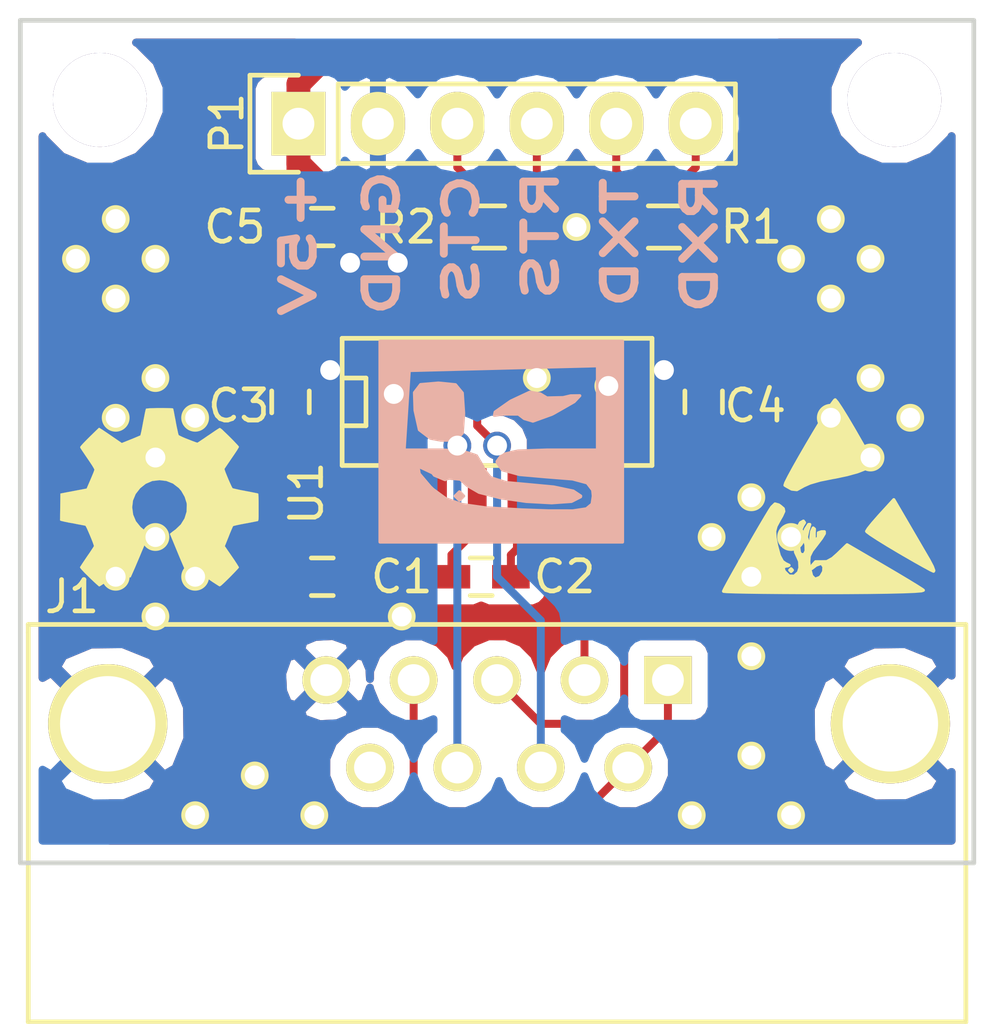
<source format=kicad_pcb>
(kicad_pcb (version 4) (host pcbnew "(2014-11-24 BZR 5301)-product")

  (general
    (links 65)
    (no_connects 0)
    (area 118.679474 77.3705 159.166046 112.343001)
    (thickness 1.6)
    (drawings 11)
    (tracks 100)
    (zones 0)
    (modules 51)
    (nets 19)
  )

  (page A4)
  (layers
    (0 F.Cu signal)
    (31 B.Cu signal)
    (32 B.Adhes user hide)
    (33 F.Adhes user hide)
    (34 B.Paste user hide)
    (35 F.Paste user hide)
    (36 B.SilkS user hide)
    (37 F.SilkS user)
    (38 B.Mask user)
    (39 F.Mask user)
    (40 Dwgs.User user hide)
    (41 Cmts.User user hide)
    (42 Eco1.User user hide)
    (43 Eco2.User user hide)
    (44 Edge.Cuts user)
    (45 Margin user)
    (46 B.CrtYd user hide)
    (47 F.CrtYd user hide)
    (48 B.Fab user hide)
    (49 F.Fab user hide)
  )

  (setup
    (last_trace_width 0.254)
    (user_trace_width 0.1524)
    (user_trace_width 0.254)
    (user_trace_width 0.508)
    (user_trace_width 0.762)
    (user_trace_width 1.016)
    (trace_clearance 0.254)
    (zone_clearance 0.508)
    (zone_45_only no)
    (trace_min 0.1524)
    (segment_width 0.2)
    (edge_width 0.15)
    (via_size 0.889)
    (via_drill 0.635)
    (via_min_size 0.6858)
    (via_min_drill 0.3302)
    (user_via 0.762 0.381)
    (user_via 0.889 0.508)
    (uvia_size 0.508)
    (uvia_drill 0.127)
    (uvias_allowed no)
    (uvia_min_size 0.508)
    (uvia_min_drill 0.127)
    (pcb_text_width 0.3)
    (pcb_text_size 1.5 1.5)
    (mod_edge_width 0.15)
    (mod_text_size 1.5 1.5)
    (mod_text_width 0.15)
    (pad_size 0.889 0.889)
    (pad_drill 0.635)
    (pad_to_mask_clearance 0.2)
    (aux_axis_origin 0 0)
    (visible_elements FFFFF77F)
    (pcbplotparams
      (layerselection 0x010f0_80000001)
      (usegerberextensions false)
      (excludeedgelayer true)
      (linewidth 0.100000)
      (plotframeref false)
      (viasonmask false)
      (mode 1)
      (useauxorigin false)
      (hpglpennumber 1)
      (hpglpenspeed 20)
      (hpglpendiameter 15)
      (hpglpenoverlay 2)
      (psnegative false)
      (psa4output false)
      (plotreference true)
      (plotvalue true)
      (plotinvisibletext false)
      (padsonsilk false)
      (subtractmaskfromsilk false)
      (outputformat 1)
      (mirror false)
      (drillshape 0)
      (scaleselection 1)
      (outputdirectory Gerber/))
  )

  (net 0 "")
  (net 1 "Net-(C1-Pad1)")
  (net 2 "Net-(C1-Pad2)")
  (net 3 "Net-(C2-Pad1)")
  (net 4 "Net-(C2-Pad2)")
  (net 5 "Net-(C3-Pad1)")
  (net 6 GND)
  (net 7 "Net-(C4-Pad1)")
  (net 8 +5V)
  (net 9 "Net-(J1-Pad1)")
  (net 10 "Net-(J1-Pad2)")
  (net 11 "Net-(J1-Pad3)")
  (net 12 "Net-(J1-Pad7)")
  (net 13 "Net-(J1-Pad8)")
  (net 14 "Net-(J1-Pad9)")
  (net 15 /CTS)
  (net 16 /RTS)
  (net 17 /TXD)
  (net 18 /RXD)

  (net_class Default "This is the default net class."
    (clearance 0.254)
    (trace_width 0.254)
    (via_dia 0.889)
    (via_drill 0.635)
    (uvia_dia 0.508)
    (uvia_drill 0.127)
    (add_net +5V)
    (add_net /CTS)
    (add_net /RTS)
    (add_net /RXD)
    (add_net /TXD)
    (add_net GND)
    (add_net "Net-(C1-Pad1)")
    (add_net "Net-(C1-Pad2)")
    (add_net "Net-(C2-Pad1)")
    (add_net "Net-(C2-Pad2)")
    (add_net "Net-(C3-Pad1)")
    (add_net "Net-(C4-Pad1)")
    (add_net "Net-(J1-Pad1)")
    (add_net "Net-(J1-Pad2)")
    (add_net "Net-(J1-Pad3)")
    (add_net "Net-(J1-Pad7)")
    (add_net "Net-(J1-Pad8)")
    (add_net "Net-(J1-Pad9)")
  )

  (module Mounting_Holes:MountingHole_3mm (layer F.Cu) (tedit 55145F1B) (tstamp 551446DA)
    (at 150.622 82.55)
    (descr "Mounting hole, Befestigungsbohrung, 3mm, No Annular, Kein Restring,")
    (tags "Mounting hole, Befestigungsbohrung, 3mm, No Annular, Kein Restring,")
    (fp_text reference REF** (at 0 -4.0005) (layer F.SilkS) hide
      (effects (font (size 1 1) (thickness 0.15)))
    )
    (fp_text value MountingHole_3mm (at 1.00076 5.00126) (layer F.Fab) hide
      (effects (font (size 1 1) (thickness 0.15)))
    )
    (fp_circle (center 0 0) (end 2.99974 0) (layer Cmts.User) (width 0.381))
    (pad 1 thru_hole circle (at 0 0) (size 2.99974 2.99974) (drill 2.99974) (layers))
  )

  (module Mounting_Holes:MountingHole_3mm (layer F.Cu) (tedit 55145F18) (tstamp 55144712)
    (at 125.222 82.55)
    (descr "Mounting hole, Befestigungsbohrung, 3mm, No Annular, Kein Restring,")
    (tags "Mounting hole, Befestigungsbohrung, 3mm, No Annular, Kein Restring,")
    (fp_text reference REF** (at 0 -4.0005) (layer F.SilkS) hide
      (effects (font (size 1 1) (thickness 0.15)))
    )
    (fp_text value MountingHole_3mm (at 1.00076 5.00126) (layer F.Fab) hide
      (effects (font (size 1 1) (thickness 0.15)))
    )
    (fp_circle (center 0 0) (end 2.99974 0) (layer Cmts.User) (width 0.381))
    (pad 1 thru_hole circle (at 0 0) (size 2.99974 2.99974) (drill 2.99974) (layers))
  )

  (module My_Devices:ESD_Sign (layer F.Cu) (tedit 5511E804) (tstamp 5514B6E0)
    (at 148.717 95.25)
    (fp_text reference G*** (at 0 -3.81) (layer F.SilkS) hide
      (effects (font (thickness 0.3)))
    )
    (fp_text value ESD (at 0 5.08) (layer F.SilkS) hide
      (effects (font (thickness 0.3)))
    )
    (fp_poly (pts (xy 2.8321 2.971018) (xy 2.770719 2.990355) (xy 2.551862 3.007391) (xy 2.187373 3.021836)
      (xy 1.689098 3.0334) (xy 1.068881 3.041796) (xy 0.338567 3.046734) (xy -0.321734 3.048)
      (xy -1.042984 3.046874) (xy -1.708266 3.043665) (xy -2.299238 3.038626) (xy -2.797561 3.032009)
      (xy -3.184895 3.024068) (xy -3.442901 3.015057) (xy -3.553237 3.005227) (xy -3.556 3.003377)
      (xy -3.51587 2.917769) (xy -3.406442 2.714816) (xy -3.244159 2.423196) (xy -3.045462 2.071588)
      (xy -2.826795 1.688668) (xy -2.604601 1.303115) (xy -2.395321 0.943605) (xy -2.215398 0.638817)
      (xy -2.081276 0.417427) (xy -2.014352 0.314584) (xy -1.910128 0.213474) (xy -1.794477 0.244957)
      (xy -1.740802 0.282109) (xy -1.645652 0.36345) (xy -1.628747 0.449166) (xy -1.693753 0.593667)
      (xy -1.770718 0.726339) (xy -1.876091 0.922474) (xy -1.919558 1.085979) (xy -1.908256 1.284766)
      (xy -1.857237 1.549586) (xy -1.771577 1.867308) (xy -1.671791 2.049512) (xy -1.574317 2.118905)
      (xy -1.461467 2.173229) (xy -1.502925 2.193527) (xy -1.548146 2.195967) (xy -1.64948 2.224433)
      (xy -1.629769 2.329011) (xy -1.605917 2.375805) (xy -1.461699 2.517343) (xy -1.295186 2.521314)
      (xy -1.160719 2.401147) (xy -1.115214 2.254519) (xy -1.124155 2.047152) (xy -1.178714 1.920086)
      (xy -1.25496 1.756671) (xy -1.277044 1.512739) (xy -1.252818 1.239933) (xy -1.190132 0.989895)
      (xy -1.096838 0.814267) (xy -1.002654 0.762) (xy -0.966959 0.810071) (xy -1.02132 0.89541)
      (xy -1.095561 1.059015) (xy -1.141714 1.298312) (xy -1.155345 1.549816) (xy -1.132023 1.750045)
      (xy -1.086497 1.829091) (xy -0.977171 1.832957) (xy -0.916725 1.7162) (xy -0.92129 1.524333)
      (xy -0.946171 1.433163) (xy -0.979344 1.151516) (xy -0.934545 1.022001) (xy -0.836085 0.870467)
      (xy -0.798224 0.868433) (xy -0.84028 1.009077) (xy -0.857861 1.049091) (xy -0.905824 1.274599)
      (xy -0.858621 1.408925) (xy -0.796461 1.494373) (xy -0.770227 1.444404) (xy -0.764575 1.296164)
      (xy -0.74224 1.095442) (xy -0.691805 0.982738) (xy -0.689564 0.981226) (xy -0.649273 1.015944)
      (xy -0.657101 1.145562) (xy -0.655132 1.308898) (xy -0.598826 1.354667) (xy -0.525267 1.289867)
      (xy -0.525455 1.233219) (xy -0.523675 1.13529) (xy -0.426824 1.102967) (xy -0.332998 1.100667)
      (xy -0.332717 1.158642) (xy -0.42338 1.309245) (xy -0.554369 1.481063) (xy -0.730934 1.710221)
      (xy -0.815588 1.880881) (xy -0.830567 2.059622) (xy -0.80885 2.243063) (xy -0.738396 2.513273)
      (xy -0.63121 2.619524) (xy -0.48483 2.563685) (xy -0.440267 2.523067) (xy -0.355352 2.372393)
      (xy -0.348167 2.215427) (xy -0.417258 2.121961) (xy -0.448733 2.116667) (xy -0.600617 2.171684)
      (xy -0.665416 2.2225) (xy -0.737457 2.277306) (xy -0.720923 2.194552) (xy -0.712715 2.172584)
      (xy -0.613837 2.060322) (xy -0.432532 2.060516) (xy -0.255721 2.056864) (xy -0.070711 1.954615)
      (xy 0.091347 1.81106) (xy 0.394361 1.517924) (xy 1.573014 2.20598) (xy 1.977712 2.444019)
      (xy 2.332738 2.656215) (xy 2.611342 2.826315) (xy 2.786773 2.938065) (xy 2.8321 2.971018)
      (xy 2.8321 2.971018)) (layer F.SilkS) (width 0.1))
    (fp_poly (pts (xy -1.354667 2.328334) (xy -1.397 2.370667) (xy -1.439333 2.328334) (xy -1.397 2.286)
      (xy -1.354667 2.328334) (xy -1.354667 2.328334)) (layer F.SilkS) (width 0.1))
    (fp_poly (pts (xy 3.167378 2.341377) (xy 3.157402 2.363331) (xy 3.063811 2.319998) (xy 2.852683 2.206006)
      (xy 2.55216 2.037022) (xy 2.190383 1.828708) (xy 2.054656 1.749498) (xy 1.683534 1.528444)
      (xy 1.371084 1.335243) (xy 1.143541 1.18667) (xy 1.027138 1.099498) (xy 1.017489 1.086323)
      (xy 1.069992 1.001034) (xy 1.210249 0.82696) (xy 1.410074 0.59873) (xy 1.451503 0.553136)
      (xy 1.887007 0.076626) (xy 2.346084 0.863813) (xy 2.561901 1.233909) (xy 2.770206 1.591179)
      (xy 2.941226 1.884556) (xy 3.014816 2.010834) (xy 3.122182 2.214416) (xy 3.167378 2.341377)
      (xy 3.167378 2.341377)) (layer F.SilkS) (width 0.1))
    (fp_poly (pts (xy 1.25085 -1.058333) (xy 0.951565 -0.901717) (xy 0.726435 -0.814665) (xy 0.395563 -0.723164)
      (xy 0.021222 -0.643853) (xy -0.07537 -0.62731) (xy -0.46555 -0.548849) (xy -0.792289 -0.454473)
      (xy -1.005834 -0.358855) (xy -1.020854 -0.348466) (xy -1.212744 -0.243259) (xy -1.372181 -0.260549)
      (xy -1.402511 -0.275526) (xy -1.544085 -0.354391) (xy -1.592745 -0.38462) (xy -1.566914 -0.464725)
      (xy -1.468202 -0.661111) (xy -1.31289 -0.946102) (xy -1.117263 -1.292022) (xy -0.897604 -1.671195)
      (xy -0.670195 -2.055946) (xy -0.45132 -2.418599) (xy -0.257263 -2.731479) (xy -0.104305 -2.966909)
      (xy -0.008731 -3.097214) (xy 0.013198 -3.114156) (xy 0.079816 -3.0355) (xy 0.21184 -2.83664)
      (xy 0.39192 -2.545108) (xy 0.602706 -2.188435) (xy 0.668655 -2.074034) (xy 1.25085 -1.058333)
      (xy 1.25085 -1.058333)) (layer F.SilkS) (width 0.1))
  )

  (module My_Devices:LOGO_Sign (layer B.Cu) (tedit 5511E7C0) (tstamp 5514B70D)
    (at 137.922 93.472 270)
    (fp_text reference G*** (at 0 5.08 270) (layer B.SilkS) hide
      (effects (font (thickness 0.3)) (justify mirror))
    )
    (fp_text value LOGO (at 0 -5.08 270) (layer B.SilkS) hide
      (effects (font (thickness 0.3)) (justify mirror))
    )
    (fp_poly (pts (xy 3.208421 -4.010527) (xy 2.212003 -4.010527) (xy 2.212003 -2.423585) (xy 2.211029 -1.637709)
      (xy 2.181355 -0.802106) (xy 2.11591 0.357961) (xy 2.008659 1.125095) (xy 1.824087 1.641065)
      (xy 1.526679 2.047636) (xy 1.446092 2.13287) (xy 1.027029 2.488216) (xy 0.810324 2.524158)
      (xy 0.802105 2.48286) (xy 0.999518 2.060448) (xy 1.073835 2.002567) (xy 1.214242 1.668317)
      (xy 1.166671 1.545175) (xy 1.200112 1.173718) (xy 1.401749 0.953018) (xy 1.619765 0.574911)
      (xy 1.794624 -0.108671) (xy 1.91136 -0.936268) (xy 1.955002 -1.746415) (xy 1.910582 -2.377649)
      (xy 1.763131 -2.668507) (xy 1.737894 -2.672867) (xy 1.579791 -2.434707) (xy 1.44896 -1.811917)
      (xy 1.389483 -1.177489) (xy 1.306855 -0.281084) (xy 1.149942 0.212704) (xy 0.870469 0.435365)
      (xy 0.787904 0.46098) (xy 0.450973 0.661591) (xy 0.297275 1.127204) (xy 0.267368 1.783727)
      (xy 0.267368 2.970351) (xy -1.002632 2.88886) (xy -2.272632 2.807368) (xy -2.348231 -0.200527)
      (xy -2.423829 -3.208421) (xy -1.078231 -3.208421) (xy 0.267368 -3.208421) (xy 0.267368 -1.604211)
      (xy 0.300234 -0.664059) (xy 0.414041 -0.161071) (xy 0.631607 -0.00084) (xy 0.655078 0)
      (xy 0.899852 -0.165148) (xy 1.05066 -0.71426) (xy 1.122973 -1.537369) (xy 1.192749 -2.414325)
      (xy 1.317649 -2.879578) (xy 1.546869 -3.056128) (xy 1.737894 -3.074737) (xy 1.995883 -3.037315)
      (xy 2.147103 -2.855193) (xy 2.212003 -2.423585) (xy 2.212003 -4.010527) (xy 0 -4.010527)
      (xy -3.208421 -4.010527) (xy -3.208421 -0.133685) (xy -3.208421 3.743157) (xy 0 3.743157)
      (xy 3.208421 3.743157) (xy 3.208421 -0.133685) (xy 3.208421 -4.010527) (xy 3.208421 -4.010527)) (layer B.SilkS) (width 0.1))
    (fp_poly (pts (xy -0.654888 -1.14506) (xy -0.872182 -1.747129) (xy -0.907316 -1.816517) (xy -1.276541 -2.463019)
      (xy -1.467212 -2.643836) (xy -1.463027 -2.349345) (xy -1.407156 -2.111581) (xy -1.39614 -1.592137)
      (xy -1.525307 -1.376317) (xy -1.581163 -1.048074) (xy -1.299477 -0.446512) (xy -1.270435 -0.401053)
      (xy -0.945475 0.062798) (xy -0.839919 0.084719) (xy -0.881563 -0.187707) (xy -0.880161 -0.683126)
      (xy -0.738383 -0.867908) (xy -0.654888 -1.14506) (xy -0.654888 -1.14506)) (layer B.SilkS) (width 0.1))
    (fp_poly (pts (xy -0.042484 1.315198) (xy -0.274376 1.111061) (xy -0.889926 1.069493) (xy -0.918031 1.069473)
      (xy -1.554242 1.111583) (xy -1.81833 1.330256) (xy -1.871554 1.864002) (xy -1.871579 1.888519)
      (xy -1.823003 2.444894) (xy -1.566554 2.640966) (xy -1.002632 2.623782) (xy -0.378933 2.484148)
      (xy -0.109024 2.129525) (xy -0.049083 1.804736) (xy -0.042484 1.315198) (xy -0.042484 1.315198)) (layer B.SilkS) (width 0.1))
    (fp_poly (pts (xy 1.871579 1.203157) (xy 1.737894 1.069473) (xy 1.60421 1.203157) (xy 1.737894 1.336842)
      (xy 1.871579 1.203157) (xy 1.871579 1.203157)) (layer B.SilkS) (width 0.1))
  )

  (module My_Devices:Via_Stitching (layer F.Cu) (tedit 5514D56C) (tstamp 5514B642)
    (at 140.462 86.614)
    (zone_connect 2)
    (fp_text reference Via_Stitching (at 0 1.778) (layer F.SilkS) hide
      (effects (font (size 1 1) (thickness 0.15)))
    )
    (fp_text value VAL** (at 0 -1.778) (layer F.SilkS) hide
      (effects (font (size 1 1) (thickness 0.15)))
    )
    (pad 1 thru_hole circle (at 0 0) (size 0.889 0.889) (drill 0.635) (layers *.Cu *.Mask F.SilkS)
      (net 6 GND) (solder_mask_margin 0.0254) (zone_connect 2))
  )

  (module My_Devices:Via_Stitching (layer F.Cu) (tedit 5514D56C) (tstamp 55146980)
    (at 146.05 100.33)
    (zone_connect 2)
    (fp_text reference Via_Stitching (at 0 1.778) (layer F.SilkS) hide
      (effects (font (size 1 1) (thickness 0.15)))
    )
    (fp_text value VAL** (at 0 -1.778) (layer F.SilkS) hide
      (effects (font (size 1 1) (thickness 0.15)))
    )
    (pad 1 thru_hole circle (at 0 0) (size 0.889 0.889) (drill 0.635) (layers *.Cu *.Mask F.SilkS)
      (net 6 GND) (solder_mask_margin 0.0254) (zone_connect 2))
  )

  (module My_Devices:Via_Stitching (layer F.Cu) (tedit 5514D56C) (tstamp 55146975)
    (at 128.27 105.41)
    (zone_connect 2)
    (fp_text reference Via_Stitching (at 0 1.778) (layer F.SilkS) hide
      (effects (font (size 1 1) (thickness 0.15)))
    )
    (fp_text value VAL** (at 0 -1.778) (layer F.SilkS) hide
      (effects (font (size 1 1) (thickness 0.15)))
    )
    (pad 1 thru_hole circle (at 0 0) (size 0.889 0.889) (drill 0.635) (layers *.Cu *.Mask F.SilkS)
      (net 6 GND) (solder_mask_margin 0.0254) (zone_connect 2))
  )

  (module My_Devices:Via_Stitching (layer F.Cu) (tedit 5514D56C) (tstamp 55146972)
    (at 147.32 105.41)
    (zone_connect 2)
    (fp_text reference Via_Stitching (at 0 1.778) (layer F.SilkS) hide
      (effects (font (size 1 1) (thickness 0.15)))
    )
    (fp_text value VAL** (at 0 -1.778) (layer F.SilkS) hide
      (effects (font (size 1 1) (thickness 0.15)))
    )
    (pad 1 thru_hole circle (at 0 0) (size 0.889 0.889) (drill 0.635) (layers *.Cu *.Mask F.SilkS)
      (net 6 GND) (solder_mask_margin 0.0254) (zone_connect 2))
  )

  (module My_Devices:Via_Stitching (layer F.Cu) (tedit 5514D56C) (tstamp 5514696D)
    (at 144.145 105.41)
    (zone_connect 2)
    (fp_text reference Via_Stitching (at 0 1.778) (layer F.SilkS) hide
      (effects (font (size 1 1) (thickness 0.15)))
    )
    (fp_text value VAL** (at 0 -1.778) (layer F.SilkS) hide
      (effects (font (size 1 1) (thickness 0.15)))
    )
    (pad 1 thru_hole circle (at 0 0) (size 0.889 0.889) (drill 0.635) (layers *.Cu *.Mask F.SilkS)
      (net 6 GND) (solder_mask_margin 0.0254) (zone_connect 2))
  )

  (module My_Devices:Via_Stitching (layer F.Cu) (tedit 5514D56C) (tstamp 5514696A)
    (at 146.05 103.505)
    (zone_connect 2)
    (fp_text reference Via_Stitching (at 0 1.778) (layer F.SilkS) hide
      (effects (font (size 1 1) (thickness 0.15)))
    )
    (fp_text value VAL** (at 0 -1.778) (layer F.SilkS) hide
      (effects (font (size 1 1) (thickness 0.15)))
    )
    (pad 1 thru_hole circle (at 0 0) (size 0.889 0.889) (drill 0.635) (layers *.Cu *.Mask F.SilkS)
      (net 6 GND) (solder_mask_margin 0.0254) (zone_connect 2))
  )

  (module My_Devices:Via_Stitching (layer F.Cu) (tedit 5514D56C) (tstamp 55146963)
    (at 151.13 92.71)
    (zone_connect 2)
    (fp_text reference Via_Stitching (at 0 1.778) (layer F.SilkS) hide
      (effects (font (size 1 1) (thickness 0.15)))
    )
    (fp_text value VAL** (at 0 -1.778) (layer F.SilkS) hide
      (effects (font (size 1 1) (thickness 0.15)))
    )
    (pad 1 thru_hole circle (at 0 0) (size 0.889 0.889) (drill 0.635) (layers *.Cu *.Mask F.SilkS)
      (net 6 GND) (solder_mask_margin 0.0254) (zone_connect 2))
  )

  (module My_Devices:Via_Stitching (layer F.Cu) (tedit 5514D56C) (tstamp 5514695C)
    (at 146.05 95.25)
    (zone_connect 2)
    (fp_text reference Via_Stitching (at 0 1.778) (layer F.SilkS) hide
      (effects (font (size 1 1) (thickness 0.15)))
    )
    (fp_text value VAL** (at 0 -1.778) (layer F.SilkS) hide
      (effects (font (size 1 1) (thickness 0.15)))
    )
    (pad 1 thru_hole circle (at 0 0) (size 0.889 0.889) (drill 0.635) (layers *.Cu *.Mask F.SilkS)
      (net 6 GND) (solder_mask_margin 0.0254) (zone_connect 2))
  )

  (module My_Devices:Via_Stitching (layer F.Cu) (tedit 5514D56C) (tstamp 55146957)
    (at 149.86 93.98)
    (zone_connect 2)
    (fp_text reference Via_Stitching (at 0 1.778) (layer F.SilkS) hide
      (effects (font (size 1 1) (thickness 0.15)))
    )
    (fp_text value VAL** (at 0 -1.778) (layer F.SilkS) hide
      (effects (font (size 1 1) (thickness 0.15)))
    )
    (pad 1 thru_hole circle (at 0 0) (size 0.889 0.889) (drill 0.635) (layers *.Cu *.Mask F.SilkS)
      (net 6 GND) (solder_mask_margin 0.0254) (zone_connect 2))
  )

  (module My_Devices:Via_Stitching (layer F.Cu) (tedit 5514D56C) (tstamp 55146950)
    (at 146.05 97.79)
    (zone_connect 2)
    (fp_text reference Via_Stitching (at 0 1.778) (layer F.SilkS) hide
      (effects (font (size 1 1) (thickness 0.15)))
    )
    (fp_text value VAL** (at 0 -1.778) (layer F.SilkS) hide
      (effects (font (size 1 1) (thickness 0.15)))
    )
    (pad 1 thru_hole circle (at 0 0) (size 0.889 0.889) (drill 0.635) (layers *.Cu *.Mask F.SilkS)
      (net 6 GND) (solder_mask_margin 0.0254) (zone_connect 2))
  )

  (module My_Devices:Via_Stitching (layer F.Cu) (tedit 5514D56C) (tstamp 5514694B)
    (at 144.78 96.52)
    (zone_connect 2)
    (fp_text reference Via_Stitching (at 0 1.778) (layer F.SilkS) hide
      (effects (font (size 1 1) (thickness 0.15)))
    )
    (fp_text value VAL** (at 0 -1.778) (layer F.SilkS) hide
      (effects (font (size 1 1) (thickness 0.15)))
    )
    (pad 1 thru_hole circle (at 0 0) (size 0.889 0.889) (drill 0.635) (layers *.Cu *.Mask F.SilkS)
      (net 6 GND) (solder_mask_margin 0.0254) (zone_connect 2))
  )

  (module My_Devices:Via_Stitching (layer F.Cu) (tedit 5514D56C) (tstamp 55146948)
    (at 148.59 92.71)
    (zone_connect 2)
    (fp_text reference Via_Stitching (at 0 1.778) (layer F.SilkS) hide
      (effects (font (size 1 1) (thickness 0.15)))
    )
    (fp_text value VAL** (at 0 -1.778) (layer F.SilkS) hide
      (effects (font (size 1 1) (thickness 0.15)))
    )
    (pad 1 thru_hole circle (at 0 0) (size 0.889 0.889) (drill 0.635) (layers *.Cu *.Mask F.SilkS)
      (net 6 GND) (solder_mask_margin 0.0254) (zone_connect 2))
  )

  (module My_Devices:Via_Stitching (layer F.Cu) (tedit 5514D56C) (tstamp 55146944)
    (at 149.86 91.44)
    (zone_connect 2)
    (fp_text reference Via_Stitching (at 0 1.778) (layer F.SilkS) hide
      (effects (font (size 1 1) (thickness 0.15)))
    )
    (fp_text value VAL** (at 0 -1.778) (layer F.SilkS) hide
      (effects (font (size 1 1) (thickness 0.15)))
    )
    (pad 1 thru_hole circle (at 0 0) (size 0.889 0.889) (drill 0.635) (layers *.Cu *.Mask F.SilkS)
      (net 6 GND) (solder_mask_margin 0.0254) (zone_connect 2))
  )

  (module My_Devices:Via_Stitching (layer F.Cu) (tedit 5514D56C) (tstamp 55146940)
    (at 148.59 88.9)
    (zone_connect 2)
    (fp_text reference Via_Stitching (at 0 1.778) (layer F.SilkS) hide
      (effects (font (size 1 1) (thickness 0.15)))
    )
    (fp_text value VAL** (at 0 -1.778) (layer F.SilkS) hide
      (effects (font (size 1 1) (thickness 0.15)))
    )
    (pad 1 thru_hole circle (at 0 0) (size 0.889 0.889) (drill 0.635) (layers *.Cu *.Mask F.SilkS)
      (net 6 GND) (solder_mask_margin 0.0254) (zone_connect 2))
  )

  (module My_Devices:Via_Stitching (layer F.Cu) (tedit 5514D56C) (tstamp 5514693B)
    (at 149.86 87.63)
    (zone_connect 2)
    (fp_text reference Via_Stitching (at 0 1.778) (layer F.SilkS) hide
      (effects (font (size 1 1) (thickness 0.15)))
    )
    (fp_text value VAL** (at 0 -1.778) (layer F.SilkS) hide
      (effects (font (size 1 1) (thickness 0.15)))
    )
    (pad 1 thru_hole circle (at 0 0) (size 0.889 0.889) (drill 0.635) (layers *.Cu *.Mask F.SilkS)
      (net 6 GND) (solder_mask_margin 0.0254) (zone_connect 2))
  )

  (module My_Devices:Via_Stitching (layer F.Cu) (tedit 5514D56C) (tstamp 55146935)
    (at 147.32 87.63)
    (zone_connect 2)
    (fp_text reference Via_Stitching (at 0 1.778) (layer F.SilkS) hide
      (effects (font (size 1 1) (thickness 0.15)))
    )
    (fp_text value VAL** (at 0 -1.778) (layer F.SilkS) hide
      (effects (font (size 1 1) (thickness 0.15)))
    )
    (pad 1 thru_hole circle (at 0 0) (size 0.889 0.889) (drill 0.635) (layers *.Cu *.Mask F.SilkS)
      (net 6 GND) (solder_mask_margin 0.0254) (zone_connect 2))
  )

  (module My_Devices:Via_Stitching (layer F.Cu) (tedit 5514D56C) (tstamp 55146930)
    (at 148.59 86.36)
    (zone_connect 2)
    (fp_text reference Via_Stitching (at 0 1.778) (layer F.SilkS) hide
      (effects (font (size 1 1) (thickness 0.15)))
    )
    (fp_text value VAL** (at 0 -1.778) (layer F.SilkS) hide
      (effects (font (size 1 1) (thickness 0.15)))
    )
    (pad 1 thru_hole circle (at 0 0) (size 0.889 0.889) (drill 0.635) (layers *.Cu *.Mask F.SilkS)
      (net 6 GND) (solder_mask_margin 0.0254) (zone_connect 2))
  )

  (module My_Devices:Via_Stitching (layer F.Cu) (tedit 5514D56C) (tstamp 55146928)
    (at 130.175 104.14)
    (zone_connect 2)
    (fp_text reference Via_Stitching (at 0 1.778) (layer F.SilkS) hide
      (effects (font (size 1 1) (thickness 0.15)))
    )
    (fp_text value VAL** (at 0 -1.778) (layer F.SilkS) hide
      (effects (font (size 1 1) (thickness 0.15)))
    )
    (pad 1 thru_hole circle (at 0 0) (size 0.889 0.889) (drill 0.635) (layers *.Cu *.Mask F.SilkS)
      (net 6 GND) (solder_mask_margin 0.0254) (zone_connect 2))
  )

  (module My_Devices:Via_Stitching (layer F.Cu) (tedit 5514D56C) (tstamp 55146923)
    (at 127 99.06)
    (zone_connect 2)
    (fp_text reference Via_Stitching (at 0 1.778) (layer F.SilkS) hide
      (effects (font (size 1 1) (thickness 0.15)))
    )
    (fp_text value VAL** (at 0 -1.778) (layer F.SilkS) hide
      (effects (font (size 1 1) (thickness 0.15)))
    )
    (pad 1 thru_hole circle (at 0 0) (size 0.889 0.889) (drill 0.635) (layers *.Cu *.Mask F.SilkS)
      (net 6 GND) (solder_mask_margin 0.0254) (zone_connect 2))
  )

  (module My_Devices:Via_Stitching (layer F.Cu) (tedit 5514D56C) (tstamp 55146920)
    (at 127 93.98)
    (zone_connect 2)
    (fp_text reference Via_Stitching (at 0 1.778) (layer F.SilkS) hide
      (effects (font (size 1 1) (thickness 0.15)))
    )
    (fp_text value VAL** (at 0 -1.778) (layer F.SilkS) hide
      (effects (font (size 1 1) (thickness 0.15)))
    )
    (pad 1 thru_hole circle (at 0 0) (size 0.889 0.889) (drill 0.635) (layers *.Cu *.Mask F.SilkS)
      (net 6 GND) (solder_mask_margin 0.0254) (zone_connect 2))
  )

  (module My_Devices:Via_Stitching (layer F.Cu) (tedit 5514D56C) (tstamp 55146919)
    (at 128.27 92.71)
    (zone_connect 2)
    (fp_text reference Via_Stitching (at 0 1.778) (layer F.SilkS) hide
      (effects (font (size 1 1) (thickness 0.15)))
    )
    (fp_text value VAL** (at 0 -1.778) (layer F.SilkS) hide
      (effects (font (size 1 1) (thickness 0.15)))
    )
    (pad 1 thru_hole circle (at 0 0) (size 0.889 0.889) (drill 0.635) (layers *.Cu *.Mask F.SilkS)
      (net 6 GND) (solder_mask_margin 0.0254) (zone_connect 2))
  )

  (module My_Devices:Via_Stitching (layer F.Cu) (tedit 5514D56C) (tstamp 55146916)
    (at 127 91.44)
    (zone_connect 2)
    (fp_text reference Via_Stitching (at 0 1.778) (layer F.SilkS) hide
      (effects (font (size 1 1) (thickness 0.15)))
    )
    (fp_text value VAL** (at 0 -1.778) (layer F.SilkS) hide
      (effects (font (size 1 1) (thickness 0.15)))
    )
    (pad 1 thru_hole circle (at 0 0) (size 0.889 0.889) (drill 0.635) (layers *.Cu *.Mask F.SilkS)
      (net 6 GND) (solder_mask_margin 0.0254) (zone_connect 2))
  )

  (module My_Devices:Via_Stitching (layer F.Cu) (tedit 5514D56C) (tstamp 55146911)
    (at 125.73 92.71)
    (zone_connect 2)
    (fp_text reference Via_Stitching (at 0 1.778) (layer F.SilkS) hide
      (effects (font (size 1 1) (thickness 0.15)))
    )
    (fp_text value VAL** (at 0 -1.778) (layer F.SilkS) hide
      (effects (font (size 1 1) (thickness 0.15)))
    )
    (pad 1 thru_hole circle (at 0 0) (size 0.889 0.889) (drill 0.635) (layers *.Cu *.Mask F.SilkS)
      (net 6 GND) (solder_mask_margin 0.0254) (zone_connect 2))
  )

  (module My_Devices:Via_Stitching (layer F.Cu) (tedit 5514D56C) (tstamp 5514690B)
    (at 127 87.63)
    (zone_connect 2)
    (fp_text reference Via_Stitching (at 0 1.778) (layer F.SilkS) hide
      (effects (font (size 1 1) (thickness 0.15)))
    )
    (fp_text value VAL** (at 0 -1.778) (layer F.SilkS) hide
      (effects (font (size 1 1) (thickness 0.15)))
    )
    (pad 1 thru_hole circle (at 0 0) (size 0.889 0.889) (drill 0.635) (layers *.Cu *.Mask F.SilkS)
      (net 6 GND) (solder_mask_margin 0.0254) (zone_connect 2))
  )

  (module My_Devices:Via_Stitching (layer F.Cu) (tedit 5514D56C) (tstamp 55146905)
    (at 125.73 88.9)
    (zone_connect 2)
    (fp_text reference Via_Stitching (at 0 1.778) (layer F.SilkS) hide
      (effects (font (size 1 1) (thickness 0.15)))
    )
    (fp_text value VAL** (at 0 -1.778) (layer F.SilkS) hide
      (effects (font (size 1 1) (thickness 0.15)))
    )
    (pad 1 thru_hole circle (at 0 0) (size 0.889 0.889) (drill 0.635) (layers *.Cu *.Mask F.SilkS)
      (net 6 GND) (solder_mask_margin 0.0254) (zone_connect 2))
  )

  (module My_Devices:Via_Stitching (layer F.Cu) (tedit 5514D56C) (tstamp 551468F4)
    (at 125.73 86.36)
    (zone_connect 2)
    (fp_text reference Via_Stitching (at 0 1.778) (layer F.SilkS) hide
      (effects (font (size 1 1) (thickness 0.15)))
    )
    (fp_text value VAL** (at 0 -1.778) (layer F.SilkS) hide
      (effects (font (size 1 1) (thickness 0.15)))
    )
    (pad 1 thru_hole circle (at 0 0) (size 0.889 0.889) (drill 0.635) (layers *.Cu *.Mask F.SilkS)
      (net 6 GND) (solder_mask_margin 0.0254) (zone_connect 2))
  )

  (module My_Devices:Via_Stitching (layer F.Cu) (tedit 5514D56C) (tstamp 551468D3)
    (at 124.46 87.63)
    (zone_connect 2)
    (fp_text reference Via_Stitching (at 0 1.778) (layer F.SilkS) hide
      (effects (font (size 1 1) (thickness 0.15)))
    )
    (fp_text value VAL** (at 0 -1.778) (layer F.SilkS) hide
      (effects (font (size 1 1) (thickness 0.15)))
    )
    (pad 1 thru_hole circle (at 0 0) (size 0.889 0.889) (drill 0.635) (layers *.Cu *.Mask F.SilkS)
      (net 6 GND) (solder_mask_margin 0.0254) (zone_connect 2))
  )

  (module My_Devices:Via_Stitching (layer F.Cu) (tedit 5514D56C) (tstamp 551468B1)
    (at 134.874 99.06)
    (zone_connect 2)
    (fp_text reference Via_Stitching (at 0 1.778) (layer F.SilkS) hide
      (effects (font (size 1 1) (thickness 0.15)))
    )
    (fp_text value VAL** (at 0 -1.778) (layer F.SilkS) hide
      (effects (font (size 1 1) (thickness 0.15)))
    )
    (pad 1 thru_hole circle (at 0 0) (size 0.889 0.889) (drill 0.635) (layers *.Cu *.Mask F.SilkS)
      (net 6 GND) (solder_mask_margin 0.0254) (zone_connect 2))
  )

  (module My_Devices:Via_Stitching (layer F.Cu) (tedit 5514D56C) (tstamp 55146897)
    (at 127 96.52)
    (zone_connect 2)
    (fp_text reference Via_Stitching (at 0 1.778) (layer F.SilkS) hide
      (effects (font (size 1 1) (thickness 0.15)))
    )
    (fp_text value VAL** (at 0 -1.778) (layer F.SilkS) hide
      (effects (font (size 1 1) (thickness 0.15)))
    )
    (pad 1 thru_hole circle (at 0 0) (size 0.889 0.889) (drill 0.635) (layers *.Cu *.Mask F.SilkS)
      (net 6 GND) (solder_mask_margin 0.0254) (zone_connect 2))
  )

  (module My_Devices:Via_Stitching (layer F.Cu) (tedit 5514D56C) (tstamp 5514687B)
    (at 134.62 91.948)
    (zone_connect 2)
    (fp_text reference Via_Stitching (at 0 1.778) (layer F.SilkS) hide
      (effects (font (size 1 1) (thickness 0.15)))
    )
    (fp_text value VAL** (at 0 -1.778) (layer F.SilkS) hide
      (effects (font (size 1 1) (thickness 0.15)))
    )
    (pad 1 thru_hole circle (at 0 0) (size 0.889 0.889) (drill 0.635) (layers *.Cu *.Mask F.SilkS)
      (net 6 GND) (solder_mask_margin 0.0254) (zone_connect 2))
  )

  (module My_Devices:Via_Stitching (layer F.Cu) (tedit 5514D56C) (tstamp 5514686A)
    (at 141.478 91.694)
    (zone_connect 2)
    (fp_text reference Via_Stitching (at 0 1.778) (layer F.SilkS) hide
      (effects (font (size 1 1) (thickness 0.15)))
    )
    (fp_text value VAL** (at 0 -1.778) (layer F.SilkS) hide
      (effects (font (size 1 1) (thickness 0.15)))
    )
    (pad 1 thru_hole circle (at 0 0) (size 0.889 0.889) (drill 0.635) (layers *.Cu *.Mask F.SilkS)
      (net 6 GND) (solder_mask_margin 0.0254) (zone_connect 2))
  )

  (module My_Devices:Via_Stitching (layer F.Cu) (tedit 5514D56C) (tstamp 5514684F)
    (at 139.192 91.44)
    (zone_connect 2)
    (fp_text reference Via_Stitching (at 0 1.778) (layer F.SilkS) hide
      (effects (font (size 1 1) (thickness 0.15)))
    )
    (fp_text value VAL** (at 0 -1.778) (layer F.SilkS) hide
      (effects (font (size 1 1) (thickness 0.15)))
    )
    (pad 1 thru_hole circle (at 0 0) (size 0.889 0.889) (drill 0.635) (layers *.Cu *.Mask F.SilkS)
      (net 6 GND) (solder_mask_margin 0.0254) (zone_connect 2))
  )

  (module My_Devices:Via_Stitching (layer F.Cu) (tedit 5514DC1D) (tstamp 5514DC06)
    (at 147.32 96.52)
    (zone_connect 2)
    (fp_text reference Via_Stitching (at 0 1.778) (layer F.SilkS) hide
      (effects (font (size 1 1) (thickness 0.15)))
    )
    (fp_text value VAL** (at 0 -1.778) (layer F.SilkS) hide
      (effects (font (size 1 1) (thickness 0.15)))
    )
    (pad 1 thru_hole circle (at 0 0) (size 0.889 0.889) (drill 0.635) (layers *.Cu *.Mask F.SilkS)
      (net 6 GND) (solder_mask_margin 0.0254) (zone_connect 2))
  )

  (module My_Devices:Via_Stitching (layer F.Cu) (tedit 5514DCBF) (tstamp 5514DCA4)
    (at 125.73 97.79)
    (zone_connect 2)
    (fp_text reference Via_Stitching (at 0 1.778) (layer F.SilkS) hide
      (effects (font (size 1 1) (thickness 0.15)))
    )
    (fp_text value VAL** (at 0 -1.778) (layer F.SilkS) hide
      (effects (font (size 1 1) (thickness 0.15)))
    )
    (pad 1 thru_hole circle (at 0 0) (size 0.889 0.889) (drill 0.635) (layers *.Cu *.Mask F.SilkS)
      (net 6 GND) (solder_mask_margin 0.0254) (zone_connect 2))
  )

  (module My_Devices:Via_Stitching (layer F.Cu) (tedit 5514DCB5) (tstamp 5514DCAA)
    (at 128.27 97.79)
    (zone_connect 2)
    (fp_text reference Via_Stitching (at 0 1.778) (layer F.SilkS) hide
      (effects (font (size 1 1) (thickness 0.15)))
    )
    (fp_text value VAL** (at 0 -1.778) (layer F.SilkS) hide
      (effects (font (size 1 1) (thickness 0.15)))
    )
    (pad 1 thru_hole circle (at 0 0) (size 0.889 0.889) (drill 0.635) (layers *.Cu *.Mask F.SilkS)
      (net 6 GND) (solder_mask_margin 0.0254) (zone_connect 2))
  )

  (module My_Devices:Via_Stitching (layer F.Cu) (tedit 5514DD9B) (tstamp 5514DD89)
    (at 132.08 105.41)
    (zone_connect 2)
    (fp_text reference Via_Stitching (at 0 1.778) (layer F.SilkS) hide
      (effects (font (size 1 1) (thickness 0.15)))
    )
    (fp_text value VAL** (at 0 -1.778) (layer F.SilkS) hide
      (effects (font (size 1 1) (thickness 0.15)))
    )
    (pad 1 thru_hole circle (at 0 0) (size 0.889 0.889) (drill 0.635) (layers *.Cu *.Mask F.SilkS)
      (net 6 GND) (solder_mask_margin 0.0254) (zone_connect 2))
  )

  (module My_Devices:OSHW_Sign (layer F.Cu) (tedit 551649EE) (tstamp 55164AA8)
    (at 127.127 95.25)
    (fp_text reference G*** (at 0 3.36804) (layer F.SilkS) hide
      (effects (font (size 0.28956 0.28956) (thickness 0.05588)))
    )
    (fp_text value OSHW (at 0 -3.36804) (layer F.SilkS) hide
      (effects (font (size 0.28956 0.28956) (thickness 0.05588)))
    )
    (fp_poly (pts (xy -1.92532 2.85242) (xy -1.88976 2.83464) (xy -1.8161 2.78638) (xy -1.70942 2.7178)
      (xy -1.58496 2.63398) (xy -1.4605 2.54762) (xy -1.35636 2.47904) (xy -1.2827 2.43332)
      (xy -1.25222 2.41554) (xy -1.23698 2.42316) (xy -1.17602 2.4511) (xy -1.08966 2.49682)
      (xy -1.0414 2.52222) (xy -0.96012 2.55778) (xy -0.92202 2.56286) (xy -0.9144 2.5527)
      (xy -0.88646 2.49174) (xy -0.84074 2.3876) (xy -0.77978 2.25044) (xy -0.7112 2.08788)
      (xy -0.63754 1.91516) (xy -0.56388 1.73736) (xy -0.49276 1.56972) (xy -0.4318 1.41732)
      (xy -0.381 1.29286) (xy -0.34798 1.2065) (xy -0.33782 1.17094) (xy -0.34036 1.16332)
      (xy -0.381 1.12268) (xy -0.44958 1.07188) (xy -0.59944 0.94996) (xy -0.7493 0.76454)
      (xy -0.8382 0.55372) (xy -0.86868 0.32004) (xy -0.84328 0.10414) (xy -0.75692 -0.10414)
      (xy -0.61214 -0.28956) (xy -0.43688 -0.42926) (xy -0.23114 -0.51816) (xy 0 -0.5461)
      (xy 0.22098 -0.5207) (xy 0.43434 -0.43688) (xy 0.61976 -0.29464) (xy 0.6985 -0.2032)
      (xy 0.80772 -0.0127) (xy 0.87122 0.18796) (xy 0.8763 0.2413) (xy 0.86868 0.46228)
      (xy 0.80264 0.67564) (xy 0.68326 0.86868) (xy 0.5207 1.02362) (xy 0.50038 1.03886)
      (xy 0.42418 1.09474) (xy 0.37338 1.13538) (xy 0.33528 1.1684) (xy 0.61722 1.85166)
      (xy 0.66294 1.96088) (xy 0.74168 2.1463) (xy 0.81026 2.30632) (xy 0.8636 2.43586)
      (xy 0.9017 2.52222) (xy 0.91948 2.55524) (xy 0.92202 2.55778) (xy 0.94488 2.56286)
      (xy 0.99822 2.54254) (xy 1.0922 2.49682) (xy 1.1557 2.4638) (xy 1.22936 2.42824)
      (xy 1.26238 2.41554) (xy 1.29032 2.43078) (xy 1.3589 2.4765) (xy 1.4605 2.54508)
      (xy 1.58242 2.62636) (xy 1.69926 2.70764) (xy 1.80594 2.77622) (xy 1.88468 2.82702)
      (xy 1.92278 2.84734) (xy 1.92786 2.84734) (xy 1.96342 2.82956) (xy 2.02438 2.77622)
      (xy 2.11582 2.68986) (xy 2.2479 2.56032) (xy 2.26822 2.54) (xy 2.37744 2.42824)
      (xy 2.4638 2.3368) (xy 2.52476 2.27076) (xy 2.54508 2.24028) (xy 2.54508 2.24028)
      (xy 2.52476 2.20472) (xy 2.4765 2.12598) (xy 2.40538 2.01676) (xy 2.31902 1.88976)
      (xy 2.09296 1.5621) (xy 2.21742 1.25222) (xy 2.25552 1.1557) (xy 2.30378 1.0414)
      (xy 2.33934 0.96012) (xy 2.35712 0.92202) (xy 2.39268 0.91186) (xy 2.4765 0.89154)
      (xy 2.59842 0.86614) (xy 2.74574 0.8382) (xy 2.88544 0.8128) (xy 3.01244 0.7874)
      (xy 3.10388 0.76962) (xy 3.14452 0.762) (xy 3.15468 0.75692) (xy 3.1623 0.7366)
      (xy 3.16992 0.69342) (xy 3.17246 0.61722) (xy 3.17246 0.4953) (xy 3.17246 0.32004)
      (xy 3.17246 0.30226) (xy 3.17246 0.13462) (xy 3.16992 0.00254) (xy 3.16484 -0.08382)
      (xy 3.15976 -0.11938) (xy 3.15722 -0.11938) (xy 3.11912 -0.12954) (xy 3.03022 -0.14732)
      (xy 2.90322 -0.17272) (xy 2.75336 -0.20066) (xy 2.7432 -0.2032) (xy 2.59334 -0.23114)
      (xy 2.46634 -0.25908) (xy 2.37998 -0.2794) (xy 2.34188 -0.28956) (xy 2.33426 -0.29972)
      (xy 2.30378 -0.35814) (xy 2.2606 -0.45212) (xy 2.2098 -0.56642) (xy 2.16154 -0.68326)
      (xy 2.11836 -0.78994) (xy 2.09042 -0.86868) (xy 2.0828 -0.90424) (xy 2.0828 -0.90678)
      (xy 2.10566 -0.94234) (xy 2.15646 -1.01854) (xy 2.23012 -1.12776) (xy 2.31648 -1.25476)
      (xy 2.3241 -1.26492) (xy 2.41046 -1.39192) (xy 2.48158 -1.4986) (xy 2.5273 -1.5748)
      (xy 2.54508 -1.61036) (xy 2.54508 -1.6129) (xy 2.51714 -1.651) (xy 2.4511 -1.72212)
      (xy 2.35966 -1.81864) (xy 2.2479 -1.9304) (xy 2.21234 -1.96596) (xy 2.08788 -2.08534)
      (xy 2.00406 -2.16662) (xy 1.95072 -2.20726) (xy 1.92532 -2.21742) (xy 1.92278 -2.21488)
      (xy 1.88468 -2.19202) (xy 1.80594 -2.14122) (xy 1.69672 -2.06756) (xy 1.56718 -1.97866)
      (xy 1.55702 -1.97358) (xy 1.43256 -1.88722) (xy 1.32588 -1.8161) (xy 1.24968 -1.7653)
      (xy 1.21666 -1.74498) (xy 1.21158 -1.74498) (xy 1.16078 -1.76022) (xy 1.06934 -1.79324)
      (xy 0.96012 -1.83642) (xy 0.84074 -1.88214) (xy 0.73406 -1.92786) (xy 0.65532 -1.96596)
      (xy 0.61722 -1.98628) (xy 0.61722 -1.98882) (xy 0.60198 -2.03454) (xy 0.58166 -2.12852)
      (xy 0.55372 -2.25806) (xy 0.52324 -2.41554) (xy 0.5207 -2.4384) (xy 0.49022 -2.5908)
      (xy 0.46736 -2.71526) (xy 0.44958 -2.80162) (xy 0.43942 -2.83718) (xy 0.4191 -2.84226)
      (xy 0.34544 -2.84734) (xy 0.23114 -2.84988) (xy 0.09652 -2.85242) (xy -0.04826 -2.85242)
      (xy -0.18796 -2.84734) (xy -0.30734 -2.8448) (xy -0.3937 -2.83718) (xy -0.42926 -2.8321)
      (xy -0.42926 -2.82956) (xy -0.4445 -2.7813) (xy -0.46482 -2.68732) (xy -0.49022 -2.55524)
      (xy -0.5207 -2.4003) (xy -0.52578 -2.37236) (xy -0.55372 -2.2225) (xy -0.57912 -2.09804)
      (xy -0.59944 -2.01168) (xy -0.60706 -1.97866) (xy -0.6223 -1.97104) (xy -0.68326 -1.94564)
      (xy -0.78486 -1.90246) (xy -0.90932 -1.85166) (xy -1.20142 -1.73482) (xy -1.55702 -1.97866)
      (xy -1.59004 -2.00152) (xy -1.71704 -2.08788) (xy -1.82372 -2.159) (xy -1.89738 -2.20472)
      (xy -1.92786 -2.2225) (xy -1.9304 -2.2225) (xy -1.96596 -2.18948) (xy -2.03454 -2.12344)
      (xy -2.13106 -2.02946) (xy -2.24536 -1.9177) (xy -2.32664 -1.83642) (xy -2.4257 -1.73482)
      (xy -2.48666 -1.66878) (xy -2.52222 -1.6256) (xy -2.53492 -1.6002) (xy -2.52984 -1.58242)
      (xy -2.50698 -1.54432) (xy -2.45618 -1.46812) (xy -2.38252 -1.3589) (xy -2.29616 -1.2319)
      (xy -2.22504 -1.12776) (xy -2.1463 -1.00838) (xy -2.0955 -0.92202) (xy -2.07772 -0.88138)
      (xy -2.0828 -0.8636) (xy -2.1082 -0.79248) (xy -2.15138 -0.68834) (xy -2.20472 -0.56134)
      (xy -2.32664 -0.2794) (xy -2.51206 -0.24384) (xy -2.62382 -0.22352) (xy -2.7813 -0.19304)
      (xy -2.93116 -0.1651) (xy -3.16484 -0.11938) (xy -3.175 0.74168) (xy -3.1369 0.75692)
      (xy -3.10388 0.76454) (xy -3.01752 0.78486) (xy -2.89306 0.81026) (xy -2.74574 0.83566)
      (xy -2.62128 0.86106) (xy -2.49682 0.88392) (xy -2.40538 0.9017) (xy -2.36728 0.90932)
      (xy -2.35712 0.92202) (xy -2.3241 0.98298) (xy -2.28092 1.0795) (xy -2.23012 1.19634)
      (xy -2.17932 1.31826) (xy -2.13614 1.42748) (xy -2.10566 1.51384) (xy -2.09296 1.55702)
      (xy -2.11074 1.59004) (xy -2.159 1.6637) (xy -2.22758 1.76784) (xy -2.31394 1.8923)
      (xy -2.39776 2.01676) (xy -2.46888 2.12344) (xy -2.51968 2.20218) (xy -2.54 2.2352)
      (xy -2.52984 2.2606) (xy -2.48158 2.31902) (xy -2.3876 2.41808) (xy -2.2479 2.55524)
      (xy -2.22504 2.5781) (xy -2.11328 2.68478) (xy -2.0193 2.77114) (xy -1.95326 2.82956)
      (xy -1.92532 2.85242)) (layer F.SilkS) (width 0.00254))
  )

  (module My_Devices:C_0603_HandSoldering (layer F.Cu) (tedit 55168E03) (tstamp 5514460D)
    (at 132.334 86.614)
    (descr "Capacitor SMD 0603, hand soldering")
    (tags "capacitor 0603")
    (path /5510DA70)
    (attr smd)
    (fp_text reference C5 (at -2.794 0) (layer F.SilkS)
      (effects (font (size 1 1) (thickness 0.15)))
    )
    (fp_text value 1u (at 0 1.9) (layer F.Fab)
      (effects (font (size 1 1) (thickness 0.15)))
    )
    (fp_line (start -1.85 -0.75) (end 1.85 -0.75) (layer F.CrtYd) (width 0.05))
    (fp_line (start -1.85 0.75) (end 1.85 0.75) (layer F.CrtYd) (width 0.05))
    (fp_line (start -1.85 -0.75) (end -1.85 0.75) (layer F.CrtYd) (width 0.05))
    (fp_line (start 1.85 -0.75) (end 1.85 0.75) (layer F.CrtYd) (width 0.05))
    (fp_line (start -0.35 -0.6) (end 0.35 -0.6) (layer F.SilkS) (width 0.15))
    (fp_line (start 0.35 0.6) (end -0.35 0.6) (layer F.SilkS) (width 0.15))
    (pad 1 smd rect (at -0.95 0) (size 1.2 0.75) (layers F.Cu F.Paste F.Mask)
      (net 8 +5V))
    (pad 2 smd rect (at 0.95 0) (size 1.2 0.75) (layers F.Cu F.Paste F.Mask)
      (net 6 GND))
    (model Capacitors_SMD.3dshapes/C_0603_HandSoldering.wrl
      (at (xyz 0 0 0))
      (scale (xyz 1 1 1))
      (rotate (xyz 0 0 0))
    )
    (model kicad_sources/kicad-lib.bzr/modules/packages3d/Capacitors_SMD.3dshapes/C_0603_HandSoldering.wrl
      (at (xyz 0 0 0))
      (scale (xyz 1 1 1))
      (rotate (xyz 0 0 0))
    )
  )

  (module My_Devices:C_0603_HandSoldering (layer F.Cu) (tedit 55168DE5) (tstamp 55144607)
    (at 144.526 92.202 90)
    (descr "Capacitor SMD 0603, hand soldering")
    (tags "capacitor 0603")
    (path /5510DC63)
    (attr smd)
    (fp_text reference C4 (at -0.127 1.651 180) (layer F.SilkS)
      (effects (font (size 1 1) (thickness 0.15)))
    )
    (fp_text value 1u (at 0 1.9 90) (layer F.Fab)
      (effects (font (size 1 1) (thickness 0.15)))
    )
    (fp_line (start -1.85 -0.75) (end 1.85 -0.75) (layer F.CrtYd) (width 0.05))
    (fp_line (start -1.85 0.75) (end 1.85 0.75) (layer F.CrtYd) (width 0.05))
    (fp_line (start -1.85 -0.75) (end -1.85 0.75) (layer F.CrtYd) (width 0.05))
    (fp_line (start 1.85 -0.75) (end 1.85 0.75) (layer F.CrtYd) (width 0.05))
    (fp_line (start -0.35 -0.6) (end 0.35 -0.6) (layer F.SilkS) (width 0.15))
    (fp_line (start 0.35 0.6) (end -0.35 0.6) (layer F.SilkS) (width 0.15))
    (pad 1 smd rect (at -0.95 0 90) (size 1.2 0.75) (layers F.Cu F.Paste F.Mask)
      (net 7 "Net-(C4-Pad1)"))
    (pad 2 smd rect (at 0.95 0 90) (size 1.2 0.75) (layers F.Cu F.Paste F.Mask)
      (net 6 GND))
    (model Capacitors_SMD.3dshapes/C_0603_HandSoldering.wrl
      (at (xyz 0 0 0))
      (scale (xyz 1 1 1))
      (rotate (xyz 0 0 0))
    )
    (model kicad_sources/kicad-lib.bzr/modules/packages3d/Capacitors_SMD.3dshapes/C_0603_HandSoldering.wrl
      (at (xyz 0 0 0))
      (scale (xyz 1 1 1))
      (rotate (xyz 0 0 0))
    )
  )

  (module My_Devices:C_0603_HandSoldering (layer F.Cu) (tedit 55168DB7) (tstamp 55144601)
    (at 131.318 92.202 90)
    (descr "Capacitor SMD 0603, hand soldering")
    (tags "capacitor 0603")
    (path /5510DC2D)
    (attr smd)
    (fp_text reference C3 (at -0.127 -1.651 180) (layer F.SilkS)
      (effects (font (size 1 1) (thickness 0.15)))
    )
    (fp_text value 1u (at 0 1.9 90) (layer F.Fab)
      (effects (font (size 1 1) (thickness 0.15)))
    )
    (fp_line (start -1.85 -0.75) (end 1.85 -0.75) (layer F.CrtYd) (width 0.05))
    (fp_line (start -1.85 0.75) (end 1.85 0.75) (layer F.CrtYd) (width 0.05))
    (fp_line (start -1.85 -0.75) (end -1.85 0.75) (layer F.CrtYd) (width 0.05))
    (fp_line (start 1.85 -0.75) (end 1.85 0.75) (layer F.CrtYd) (width 0.05))
    (fp_line (start -0.35 -0.6) (end 0.35 -0.6) (layer F.SilkS) (width 0.15))
    (fp_line (start 0.35 0.6) (end -0.35 0.6) (layer F.SilkS) (width 0.15))
    (pad 1 smd rect (at -0.95 0 90) (size 1.2 0.75) (layers F.Cu F.Paste F.Mask)
      (net 5 "Net-(C3-Pad1)"))
    (pad 2 smd rect (at 0.95 0 90) (size 1.2 0.75) (layers F.Cu F.Paste F.Mask)
      (net 6 GND))
    (model Capacitors_SMD.3dshapes/C_0603_HandSoldering.wrl
      (at (xyz 0 0 0))
      (scale (xyz 1 1 1))
      (rotate (xyz 0 0 0))
    )
    (model kicad_sources/kicad-lib.bzr/modules/packages3d/Capacitors_SMD.3dshapes/C_0603_HandSoldering.wrl
      (at (xyz 0 0 0))
      (scale (xyz 1 1 1))
      (rotate (xyz 0 0 0))
    )
  )

  (module My_Devices:C_0603_HandSoldering (layer F.Cu) (tedit 55168DD4) (tstamp 551445FB)
    (at 137.414 97.79)
    (descr "Capacitor SMD 0603, hand soldering")
    (tags "capacitor 0603")
    (path /5510DA38)
    (attr smd)
    (fp_text reference C2 (at 2.667 0) (layer F.SilkS)
      (effects (font (size 1 1) (thickness 0.15)))
    )
    (fp_text value 1u (at 0 1.9) (layer F.Fab)
      (effects (font (size 1 1) (thickness 0.15)))
    )
    (fp_line (start -1.85 -0.75) (end 1.85 -0.75) (layer F.CrtYd) (width 0.05))
    (fp_line (start -1.85 0.75) (end 1.85 0.75) (layer F.CrtYd) (width 0.05))
    (fp_line (start -1.85 -0.75) (end -1.85 0.75) (layer F.CrtYd) (width 0.05))
    (fp_line (start 1.85 -0.75) (end 1.85 0.75) (layer F.CrtYd) (width 0.05))
    (fp_line (start -0.35 -0.6) (end 0.35 -0.6) (layer F.SilkS) (width 0.15))
    (fp_line (start 0.35 0.6) (end -0.35 0.6) (layer F.SilkS) (width 0.15))
    (pad 1 smd rect (at -0.95 0) (size 1.2 0.75) (layers F.Cu F.Paste F.Mask)
      (net 3 "Net-(C2-Pad1)"))
    (pad 2 smd rect (at 0.95 0) (size 1.2 0.75) (layers F.Cu F.Paste F.Mask)
      (net 4 "Net-(C2-Pad2)"))
    (model Capacitors_SMD.3dshapes/C_0603_HandSoldering.wrl
      (at (xyz 0 0 0))
      (scale (xyz 1 1 1))
      (rotate (xyz 0 0 0))
    )
    (model kicad_sources/kicad-lib.bzr/modules/packages3d/Capacitors_SMD.3dshapes/C_0603_HandSoldering.wrl
      (at (xyz 0 0 0))
      (scale (xyz 1 1 1))
      (rotate (xyz 0 0 0))
    )
  )

  (module My_Devices:C_0603_HandSoldering (layer F.Cu) (tedit 55168DC9) (tstamp 551445F5)
    (at 132.334 97.79)
    (descr "Capacitor SMD 0603, hand soldering")
    (tags "capacitor 0603")
    (path /5510D9E0)
    (attr smd)
    (fp_text reference C1 (at 2.54 0) (layer F.SilkS)
      (effects (font (size 1 1) (thickness 0.15)))
    )
    (fp_text value 1u (at 0 1.9) (layer F.Fab)
      (effects (font (size 1 1) (thickness 0.15)))
    )
    (fp_line (start -1.85 -0.75) (end 1.85 -0.75) (layer F.CrtYd) (width 0.05))
    (fp_line (start -1.85 0.75) (end 1.85 0.75) (layer F.CrtYd) (width 0.05))
    (fp_line (start -1.85 -0.75) (end -1.85 0.75) (layer F.CrtYd) (width 0.05))
    (fp_line (start 1.85 -0.75) (end 1.85 0.75) (layer F.CrtYd) (width 0.05))
    (fp_line (start -0.35 -0.6) (end 0.35 -0.6) (layer F.SilkS) (width 0.15))
    (fp_line (start 0.35 0.6) (end -0.35 0.6) (layer F.SilkS) (width 0.15))
    (pad 1 smd rect (at -0.95 0) (size 1.2 0.75) (layers F.Cu F.Paste F.Mask)
      (net 1 "Net-(C1-Pad1)"))
    (pad 2 smd rect (at 0.95 0) (size 1.2 0.75) (layers F.Cu F.Paste F.Mask)
      (net 2 "Net-(C1-Pad2)"))
    (model Capacitors_SMD.3dshapes/C_0603_HandSoldering.wrl
      (at (xyz 0 0 0))
      (scale (xyz 1 1 1))
      (rotate (xyz 0 0 0))
    )
    (model kicad_sources/kicad-lib.bzr/modules/packages3d/Capacitors_SMD.3dshapes/C_0603_HandSoldering.wrl
      (at (xyz 0 0 0))
      (scale (xyz 1 1 1))
      (rotate (xyz 0 0 0))
    )
  )

  (module My_Devices:R_0603_HandSoldering (layer F.Cu) (tedit 55168E0F) (tstamp 55144632)
    (at 137.668 86.614)
    (descr "Resistor SMD 0603, hand soldering")
    (tags "resistor 0603")
    (path /5511C033)
    (attr smd)
    (fp_text reference R2 (at -2.667 0) (layer F.SilkS)
      (effects (font (size 1 1) (thickness 0.15)))
    )
    (fp_text value 1K (at 0 1.9) (layer F.Fab)
      (effects (font (size 1 1) (thickness 0.15)))
    )
    (fp_line (start -2 -0.8) (end 2 -0.8) (layer F.CrtYd) (width 0.05))
    (fp_line (start -2 0.8) (end 2 0.8) (layer F.CrtYd) (width 0.05))
    (fp_line (start -2 -0.8) (end -2 0.8) (layer F.CrtYd) (width 0.05))
    (fp_line (start 2 -0.8) (end 2 0.8) (layer F.CrtYd) (width 0.05))
    (fp_line (start 0.5 0.675) (end -0.5 0.675) (layer F.SilkS) (width 0.15))
    (fp_line (start -0.5 -0.675) (end 0.5 -0.675) (layer F.SilkS) (width 0.15))
    (pad 1 smd rect (at -1.1 0) (size 1.2 0.9) (layers F.Cu F.Paste F.Mask)
      (net 8 +5V))
    (pad 2 smd rect (at 1.1 0) (size 1.2 0.9) (layers F.Cu F.Paste F.Mask)
      (net 16 /RTS))
    (model Resistors_SMD.3dshapes/R_0603_HandSoldering.wrl
      (at (xyz 0 0 0))
      (scale (xyz 1 1 1))
      (rotate (xyz 0 0 0))
    )
    (model kicad_sources/kicad-lib.bzr/modules/packages3d/Resistors_SMD.3dshapes/R_0603_HandSoldering.wrl
      (at (xyz 0 0 0))
      (scale (xyz 1 1 1))
      (rotate (xyz 0 0 0))
    )
  )

  (module My_Devices:R_0603_HandSoldering (layer F.Cu) (tedit 55168E26) (tstamp 5514462C)
    (at 143.256 86.614 180)
    (descr "Resistor SMD 0603, hand soldering")
    (tags "resistor 0603")
    (path /5511BFA8)
    (attr smd)
    (fp_text reference R1 (at -2.794 0 180) (layer F.SilkS)
      (effects (font (size 1 1) (thickness 0.15)))
    )
    (fp_text value 1K (at 0 1.9 180) (layer F.Fab)
      (effects (font (size 1 1) (thickness 0.15)))
    )
    (fp_line (start -2 -0.8) (end 2 -0.8) (layer F.CrtYd) (width 0.05))
    (fp_line (start -2 0.8) (end 2 0.8) (layer F.CrtYd) (width 0.05))
    (fp_line (start -2 -0.8) (end -2 0.8) (layer F.CrtYd) (width 0.05))
    (fp_line (start 2 -0.8) (end 2 0.8) (layer F.CrtYd) (width 0.05))
    (fp_line (start 0.5 0.675) (end -0.5 0.675) (layer F.SilkS) (width 0.15))
    (fp_line (start -0.5 -0.675) (end 0.5 -0.675) (layer F.SilkS) (width 0.15))
    (pad 1 smd rect (at -1.1 0 180) (size 1.2 0.9) (layers F.Cu F.Paste F.Mask)
      (net 8 +5V))
    (pad 2 smd rect (at 1.1 0 180) (size 1.2 0.9) (layers F.Cu F.Paste F.Mask)
      (net 17 /TXD))
    (model Resistors_SMD.3dshapes/R_0603_HandSoldering.wrl
      (at (xyz 0 0 0))
      (scale (xyz 1 1 1))
      (rotate (xyz 0 0 0))
    )
    (model kicad_sources/kicad-lib.bzr/modules/packages3d/Resistors_SMD.3dshapes/R_0603_HandSoldering.wrl
      (at (xyz 0 0 0))
      (scale (xyz 1 1 1))
      (rotate (xyz 0 0 0))
    )
  )

  (module My_Devices:Pin_Header_Straight_1x06 (layer F.Cu) (tedit 55169CF2) (tstamp 55144626)
    (at 131.572 83.312 90)
    (descr "Through hole pin header")
    (tags "pin header")
    (path /5511B131)
    (fp_text reference P1 (at 0 -2.286 90) (layer F.SilkS)
      (effects (font (size 1 1) (thickness 0.15)))
    )
    (fp_text value HEADER (at 0 -3.1 90) (layer F.Fab)
      (effects (font (size 1 1) (thickness 0.15)))
    )
    (fp_line (start -1.75 -1.75) (end -1.75 14.45) (layer F.CrtYd) (width 0.05))
    (fp_line (start 1.75 -1.75) (end 1.75 14.45) (layer F.CrtYd) (width 0.05))
    (fp_line (start -1.75 -1.75) (end 1.75 -1.75) (layer F.CrtYd) (width 0.05))
    (fp_line (start -1.75 14.45) (end 1.75 14.45) (layer F.CrtYd) (width 0.05))
    (fp_line (start 1.27 1.27) (end 1.27 13.97) (layer F.SilkS) (width 0.15))
    (fp_line (start 1.27 13.97) (end -1.27 13.97) (layer F.SilkS) (width 0.15))
    (fp_line (start -1.27 13.97) (end -1.27 1.27) (layer F.SilkS) (width 0.15))
    (fp_line (start 1.55 -1.55) (end 1.55 0) (layer F.SilkS) (width 0.15))
    (fp_line (start 1.27 1.27) (end -1.27 1.27) (layer F.SilkS) (width 0.15))
    (fp_line (start -1.55 0) (end -1.55 -1.55) (layer F.SilkS) (width 0.15))
    (fp_line (start -1.55 -1.55) (end 1.55 -1.55) (layer F.SilkS) (width 0.15))
    (pad 1 thru_hole rect (at 0 0 90) (size 2.032 1.7272) (drill 1.016) (layers *.Cu *.Mask F.SilkS)
      (net 8 +5V))
    (pad 2 thru_hole oval (at 0 2.54 90) (size 2.032 1.7272) (drill 1.016) (layers *.Cu *.Mask F.SilkS)
      (net 6 GND))
    (pad 3 thru_hole oval (at 0 5.08 90) (size 2.032 1.7272) (drill 1.016) (layers *.Cu *.Mask F.SilkS)
      (net 15 /CTS))
    (pad 4 thru_hole oval (at 0 7.62 90) (size 2.032 1.7272) (drill 1.016) (layers *.Cu *.Mask F.SilkS)
      (net 16 /RTS))
    (pad 5 thru_hole oval (at 0 10.16 90) (size 2.032 1.7272) (drill 1.016) (layers *.Cu *.Mask F.SilkS)
      (net 17 /TXD))
    (pad 6 thru_hole oval (at 0 12.7 90) (size 2.032 1.7272) (drill 1.016) (layers *.Cu *.Mask F.SilkS)
      (net 18 /RXD))
    (model kicad_sources/kicad-lib.bzr/modules/packages3d/unused_3d.3dshapes/Pin_Array.pins_array_6x1.wrl
      (at (xyz 0 -0.25 0))
      (scale (xyz 1 1 1))
      (rotate (xyz 0 0 90))
    )
  )

  (module My_Devices:SO-16-N_Modified (layer F.Cu) (tedit 55138AEC) (tstamp 55144646)
    (at 137.922 92.202)
    (descr "Module CMS SOJ 16 pins large")
    (tags "CMS SOJ")
    (path /5510D732)
    (attr smd)
    (fp_text reference U1 (at -6.096 2.921 90) (layer F.SilkS)
      (effects (font (size 1 1) (thickness 0.15)))
    )
    (fp_text value MAX232 (at 0 0) (layer F.Fab)
      (effects (font (size 1 1) (thickness 0.15)))
    )
    (fp_line (start -4.953 -0.762) (end -4.191 -0.762) (layer F.SilkS) (width 0.15))
    (fp_line (start -4.191 -0.762) (end -4.191 0.762) (layer F.SilkS) (width 0.15))
    (fp_line (start -4.191 0.762) (end -4.953 0.762) (layer F.SilkS) (width 0.15))
    (fp_line (start 4.953 -2.032) (end 4.953 2.032) (layer F.SilkS) (width 0.15))
    (fp_line (start 4.953 2.032) (end -4.953 2.032) (layer F.SilkS) (width 0.15))
    (fp_line (start -4.953 2.032) (end -4.953 -2.032) (layer F.SilkS) (width 0.15))
    (fp_line (start -4.953 -2.032) (end 4.953 -2.032) (layer F.SilkS) (width 0.15))
    (pad 16 smd rect (at -4.445 -2.921) (size 0.6 1.6) (layers F.Cu F.Paste F.Mask)
      (net 8 +5V))
    (pad 14 smd rect (at -1.905 -2.921) (size 0.6 1.6) (layers F.Cu F.Paste F.Mask)
      (net 13 "Net-(J1-Pad8)"))
    (pad 13 smd rect (at -0.635 -2.921) (size 0.6 1.6) (layers F.Cu F.Paste F.Mask)
      (net 12 "Net-(J1-Pad7)"))
    (pad 12 smd rect (at 0.635 -2.921) (size 0.6 1.6) (layers F.Cu F.Paste F.Mask)
      (net 15 /CTS))
    (pad 11 smd rect (at 1.905 -2.921) (size 0.6 1.6) (layers F.Cu F.Paste F.Mask)
      (net 16 /RTS))
    (pad 10 smd rect (at 3.175 -2.921) (size 0.6 1.6) (layers F.Cu F.Paste F.Mask)
      (net 17 /TXD))
    (pad 9 smd rect (at 4.445 -2.921) (size 0.6 1.6) (layers F.Cu F.Paste F.Mask)
      (net 18 /RXD))
    (pad 8 smd rect (at 4.445 2.921) (size 0.6 1.6) (layers F.Cu F.Paste F.Mask)
      (net 11 "Net-(J1-Pad3)"))
    (pad 7 smd rect (at 3.175 2.921) (size 0.6 1.6) (layers F.Cu F.Paste F.Mask)
      (net 10 "Net-(J1-Pad2)"))
    (pad 6 smd rect (at 1.905 2.921) (size 0.6 1.6) (layers F.Cu F.Paste F.Mask)
      (net 7 "Net-(C4-Pad1)"))
    (pad 5 smd rect (at 0.635 2.921) (size 0.6 1.6) (layers F.Cu F.Paste F.Mask)
      (net 4 "Net-(C2-Pad2)"))
    (pad 4 smd rect (at -0.635 2.921) (size 0.6 1.6) (layers F.Cu F.Paste F.Mask)
      (net 3 "Net-(C2-Pad1)"))
    (pad 3 smd rect (at -1.905 2.921) (size 0.6 1.6) (layers F.Cu F.Paste F.Mask)
      (net 2 "Net-(C1-Pad2)"))
    (pad 2 smd rect (at -3.175 2.921) (size 0.6 1.6) (layers F.Cu F.Paste F.Mask)
      (net 5 "Net-(C3-Pad1)"))
    (pad 1 smd rect (at -4.445 2.921) (size 0.6 1.6) (layers F.Cu F.Paste F.Mask)
      (net 1 "Net-(C1-Pad1)"))
    (pad 15 smd rect (at -3.175 -2.921) (size 0.6 1.6) (layers F.Cu F.Paste F.Mask)
      (net 6 GND))
    (model kicad_sources/kicad-lib.bzr/modules/packages3d/Housings_SOIC.3dshapes/SOIC-16_3.9x9.9mm_Pitch1.27mm.wrl
      (at (xyz 0 0 0))
      (scale (xyz 1 1 1))
      (rotate (xyz 0 0 90))
    )
  )

  (module My_Devices:DB9FD_Modified (layer F.Cu) (tedit 55169F5B) (tstamp 5514461C)
    (at 137.922 102.616)
    (descr "Connecteur DB9 femelle droit")
    (tags "CONN DB9")
    (path /5510E099)
    (fp_text reference J1 (at -13.589 -4.191 180) (layer F.SilkS)
      (effects (font (size 1 1) (thickness 0.15)))
    )
    (fp_text value DB9 (at 6.096 -4.826) (layer F.Fab)
      (effects (font (size 1 1) (thickness 0.15)))
    )
    (fp_line (start -14.986 9.398) (end -14.986 -3.048) (layer F.SilkS) (width 0.15))
    (fp_line (start -14.986 -3.048) (end -14.986 -3.302) (layer F.SilkS) (width 0.15))
    (fp_line (start 14.986 9.398) (end 14.986 -3.302) (layer F.SilkS) (width 0.15))
    (fp_line (start -14.986 9.398) (end 14.986 9.398) (layer F.SilkS) (width 0.15))
    (fp_line (start 14.986 -3.302) (end -14.986 -3.302) (layer F.SilkS) (width 0.15))
    (pad 0 thru_hole circle (at -12.446 -0.127) (size 3.81 3.81) (drill 3.048) (layers *.Cu *.Mask F.SilkS)
      (net 6 GND))
    (pad 0 thru_hole circle (at 12.573 -0.127) (size 3.81 3.81) (drill 3.048) (layers *.Cu *.Mask F.SilkS)
      (net 6 GND))
    (pad 1 thru_hole rect (at 5.461 -1.524) (size 1.524 1.524) (drill 1.016) (layers *.Cu *.Mask F.SilkS)
      (net 9 "Net-(J1-Pad1)"))
    (pad 2 thru_hole circle (at 2.794 -1.524) (size 1.524 1.524) (drill 1.016) (layers *.Cu *.Mask F.SilkS)
      (net 10 "Net-(J1-Pad2)"))
    (pad 3 thru_hole circle (at 0 -1.524) (size 1.524 1.524) (drill 1.016) (layers *.Cu *.Mask F.SilkS)
      (net 11 "Net-(J1-Pad3)"))
    (pad 4 thru_hole circle (at -2.667 -1.524) (size 1.524 1.524) (drill 1.016) (layers *.Cu *.Mask F.SilkS)
      (net 9 "Net-(J1-Pad1)"))
    (pad 5 thru_hole circle (at -5.461 -1.524) (size 1.524 1.524) (drill 1.016) (layers *.Cu *.Mask F.SilkS)
      (net 6 GND))
    (pad 6 thru_hole circle (at 4.191 1.27) (size 1.524 1.524) (drill 1.016) (layers *.Cu *.Mask F.SilkS)
      (net 9 "Net-(J1-Pad1)"))
    (pad 7 thru_hole circle (at 1.397 1.27) (size 1.524 1.524) (drill 1.016) (layers *.Cu *.Mask F.SilkS)
      (net 12 "Net-(J1-Pad7)"))
    (pad 8 thru_hole circle (at -1.27 1.27) (size 1.524 1.524) (drill 1.016) (layers *.Cu *.Mask F.SilkS)
      (net 13 "Net-(J1-Pad8)"))
    (pad 9 thru_hole circle (at -4.064 1.27) (size 1.524 1.524) (drill 1.016) (layers *.Cu *.Mask F.SilkS)
      (net 14 "Net-(J1-Pad9)"))
    (model kicad_sources/kicad-lib.bzr/modules/packages3d/Connect.3dshapes/DB9FC.wrl
      (at (xyz 0 0 0))
      (scale (xyz 1 1 1))
      (rotate (xyz 0 0 180))
    )
  )

  (gr_text kb (at 124.1806 105.5624) (layer F.Cu) (tstamp 5514BB0E)
    (effects (font (size 0.762 0.762) (thickness 0.1524)))
  )
  (gr_text RXD (at 144.399 87.122 90) (layer B.SilkS)
    (effects (font (size 1.016 1.524) (thickness 0.254)) (justify mirror))
  )
  (gr_text TXD (at 141.859 87.122 90) (layer B.SilkS)
    (effects (font (size 1.016 1.524) (thickness 0.254)) (justify mirror))
  )
  (gr_text RTS (at 139.319 86.868 90) (layer B.SilkS)
    (effects (font (size 1.016 1.524) (thickness 0.254)) (justify mirror))
  )
  (gr_text CTS (at 136.779 86.995 90) (layer B.SilkS)
    (effects (font (size 1.016 1.524) (thickness 0.254)) (justify mirror))
  )
  (gr_text GND (at 134.239 87.122 90) (layer B.SilkS)
    (effects (font (size 1.016 1.524) (thickness 0.254)) (justify mirror))
  )
  (gr_text +5V (at 131.572 87.122 90) (layer B.SilkS)
    (effects (font (size 1.016 1.524) (thickness 0.254)) (justify mirror))
  )
  (gr_line (start 122.682 80.01) (end 122.682 106.934) (angle 90) (layer Edge.Cuts) (width 0.15) (tstamp 55146222))
  (gr_line (start 153.162 80.01) (end 122.682 80.01) (angle 90) (layer Edge.Cuts) (width 0.15))
  (gr_line (start 153.162 106.934) (end 153.162 80.01) (angle 90) (layer Edge.Cuts) (width 0.15))
  (gr_line (start 122.682 106.934) (end 153.162 106.934) (angle 90) (layer Edge.Cuts) (width 0.15))

  (segment (start 131.384 97.089) (end 131.826 96.647) (width 0.254) (layer F.Cu) (net 1) (tstamp 55144EBA))
  (segment (start 131.826 96.647) (end 132.969 96.647) (width 0.254) (layer F.Cu) (net 1) (tstamp 55144EC2))
  (segment (start 132.969 96.647) (end 133.477 96.139) (width 0.254) (layer F.Cu) (net 1) (tstamp 55144ECB))
  (segment (start 133.477 96.139) (end 133.477 95.123) (width 0.254) (layer F.Cu) (net 1) (tstamp 55144ED7))
  (segment (start 131.384 97.79) (end 131.384 97.089) (width 0.254) (layer F.Cu) (net 1))
  (segment (start 136.017 96.266) (end 135.636 96.647) (width 0.254) (layer F.Cu) (net 2) (tstamp 55144E8A))
  (segment (start 135.636 96.647) (end 133.731 96.647) (width 0.254) (layer F.Cu) (net 2) (tstamp 55144E96))
  (segment (start 133.731 96.647) (end 133.284 97.094) (width 0.254) (layer F.Cu) (net 2) (tstamp 55144E9E))
  (segment (start 133.284 97.094) (end 133.284 97.79) (width 0.254) (layer F.Cu) (net 2) (tstamp 55144EB3))
  (segment (start 136.017 95.123) (end 136.017 96.266) (width 0.254) (layer F.Cu) (net 2))
  (segment (start 136.464 97.089) (end 137.287 96.266) (width 0.254) (layer F.Cu) (net 3) (tstamp 55144E48))
  (segment (start 137.287 96.266) (end 137.287 95.123) (width 0.254) (layer F.Cu) (net 3) (tstamp 55144E52))
  (segment (start 136.464 97.79) (end 136.464 97.089) (width 0.254) (layer F.Cu) (net 3))
  (segment (start 138.364 97.094) (end 138.557 96.901) (width 0.254) (layer F.Cu) (net 4) (tstamp 55144EEA))
  (segment (start 138.557 96.901) (end 138.557 95.123) (width 0.254) (layer F.Cu) (net 4) (tstamp 55144EF4))
  (segment (start 138.364 97.79) (end 138.364 97.094) (width 0.254) (layer F.Cu) (net 4))
  (segment (start 134.747 93.98) (end 133.919 93.152) (width 0.254) (layer F.Cu) (net 5) (tstamp 55144DC7))
  (segment (start 133.919 93.152) (end 131.318 93.152) (width 0.254) (layer F.Cu) (net 5) (tstamp 55144DEA))
  (segment (start 134.747 95.123) (end 134.747 93.98) (width 0.254) (layer F.Cu) (net 5))
  (via (at 134.747 87.757) (size 0.889) (layers F.Cu B.Cu) (net 6))
  (segment (start 134.747 89.281) (end 134.747 87.757) (width 0.254) (layer F.Cu) (net 6))
  (via (at 143.256 91.186) (size 0.889) (layers F.Cu B.Cu) (net 6))
  (segment (start 143.322 91.252) (end 143.256 91.186) (width 0.254) (layer F.Cu) (net 6) (tstamp 55145AF1))
  (segment (start 144.526 91.252) (end 143.322 91.252) (width 0.254) (layer F.Cu) (net 6))
  (via (at 132.588 91.186) (size 0.889) (layers F.Cu B.Cu) (net 6))
  (segment (start 132.522 91.252) (end 132.588 91.186) (width 0.254) (layer F.Cu) (net 6) (tstamp 55145B0D))
  (segment (start 131.318 91.252) (end 132.522 91.252) (width 0.254) (layer F.Cu) (net 6))
  (via (at 133.223 87.757) (size 0.889) (layers F.Cu B.Cu) (net 6))
  (segment (start 133.284 87.696) (end 133.223 87.757) (width 0.254) (layer F.Cu) (net 6) (tstamp 55145BA1))
  (segment (start 133.284 86.614) (end 133.284 87.696) (width 0.254) (layer F.Cu) (net 6))
  (segment (start 139.827 93.98) (end 140.655 93.152) (width 0.254) (layer F.Cu) (net 7) (tstamp 55144EFF))
  (segment (start 140.655 93.152) (end 144.526 93.152) (width 0.254) (layer F.Cu) (net 7) (tstamp 55144F13))
  (segment (start 139.827 95.123) (end 139.827 93.98) (width 0.254) (layer F.Cu) (net 7))
  (segment (start 131.572 85.09) (end 131.384 85.278) (width 0.762) (layer F.Cu) (net 8) (tstamp 5514651D))
  (segment (start 131.384 85.278) (end 131.384 86.614) (width 0.762) (layer F.Cu) (net 8) (tstamp 55146526))
  (segment (start 131.572 83.312) (end 131.572 85.09) (width 0.762) (layer F.Cu) (net 8))
  (segment (start 136.568 86.022) (end 135.89 85.344) (width 0.762) (layer F.Cu) (net 8) (tstamp 5514659A))
  (segment (start 135.89 85.344) (end 132.334 85.344) (width 0.762) (layer F.Cu) (net 8) (tstamp 551465A7))
  (segment (start 132.334 85.344) (end 131.572 84.582) (width 0.762) (layer F.Cu) (net 8) (tstamp 551465B3))
  (segment (start 131.572 84.582) (end 131.572 83.312) (width 0.762) (layer F.Cu) (net 8) (tstamp 551465B8))
  (segment (start 136.568 86.614) (end 136.568 86.022) (width 0.762) (layer F.Cu) (net 8))
  (segment (start 144.356 86.276) (end 144.356 86.614) (width 0.762) (layer F.Cu) (net 8) (tstamp 55146676))
  (segment (start 145.034 85.598) (end 144.356 86.276) (width 0.762) (layer F.Cu) (net 8) (tstamp 5514666F))
  (segment (start 131.572 83.312) (end 131.572 82.042) (width 0.762) (layer F.Cu) (net 8))
  (segment (start 146.558 84.836) (end 145.796 85.598) (width 0.762) (layer F.Cu) (net 8) (tstamp 55146601))
  (segment (start 146.558 81.788) (end 146.558 84.836) (width 0.762) (layer F.Cu) (net 8) (tstamp 551465F1))
  (segment (start 145.796 81.026) (end 146.558 81.788) (width 0.762) (layer F.Cu) (net 8) (tstamp 551465EA))
  (segment (start 132.588 81.026) (end 145.796 81.026) (width 0.762) (layer F.Cu) (net 8) (tstamp 551465D9))
  (segment (start 131.572 82.042) (end 132.588 81.026) (width 0.762) (layer F.Cu) (net 8) (tstamp 551465CB))
  (segment (start 145.796 85.598) (end 145.034 85.598) (width 0.762) (layer F.Cu) (net 8))
  (segment (start 131.384 88.458) (end 132.207 89.281) (width 0.762) (layer F.Cu) (net 8) (tstamp 551466E0))
  (segment (start 132.207 89.281) (end 133.477 89.281) (width 0.508) (layer F.Cu) (net 8) (tstamp 551466F0))
  (segment (start 131.384 86.614) (end 131.384 88.458) (width 0.762) (layer F.Cu) (net 8))
  (segment (start 135.255 104.521) (end 136.017 105.283) (width 0.254) (layer F.Cu) (net 9) (tstamp 551450EE))
  (segment (start 136.017 105.283) (end 140.716 105.283) (width 0.254) (layer F.Cu) (net 9) (tstamp 551450F6))
  (segment (start 140.716 105.283) (end 142.113 103.886) (width 0.254) (layer F.Cu) (net 9) (tstamp 55145103))
  (segment (start 135.255 101.092) (end 135.255 104.521) (width 0.254) (layer F.Cu) (net 9))
  (segment (start 143.383 102.616) (end 142.113 103.886) (width 0.254) (layer F.Cu) (net 9) (tstamp 55145117))
  (segment (start 143.383 101.092) (end 143.383 102.616) (width 0.254) (layer F.Cu) (net 9))
  (segment (start 140.716 99.06) (end 141.097 98.679) (width 0.254) (layer F.Cu) (net 10) (tstamp 55144F36))
  (segment (start 141.097 98.679) (end 141.097 95.123) (width 0.254) (layer F.Cu) (net 10) (tstamp 55144F45))
  (segment (start 140.716 101.092) (end 140.716 99.06) (width 0.254) (layer F.Cu) (net 10))
  (segment (start 139.319 102.489) (end 141.351 102.489) (width 0.254) (layer F.Cu) (net 11) (tstamp 55144F57))
  (segment (start 141.351 102.489) (end 141.986 101.854) (width 0.254) (layer F.Cu) (net 11) (tstamp 55144F69))
  (segment (start 141.986 101.854) (end 141.986 99.187) (width 0.254) (layer F.Cu) (net 11) (tstamp 55144F78))
  (segment (start 141.986 99.187) (end 142.367 98.806) (width 0.254) (layer F.Cu) (net 11) (tstamp 55144F7F))
  (segment (start 142.367 98.806) (end 142.367 95.123) (width 0.254) (layer F.Cu) (net 11) (tstamp 55144F8D))
  (segment (start 137.922 101.092) (end 139.319 102.489) (width 0.254) (layer F.Cu) (net 11))
  (segment (start 137.287 89.281) (end 137.287 92.964) (width 0.254) (layer F.Cu) (net 12))
  (segment (start 139.319 99.187) (end 139.319 103.886) (width 0.254) (layer B.Cu) (net 12) (tstamp 5514A83D))
  (segment (start 137.922 97.79) (end 139.319 99.187) (width 0.254) (layer B.Cu) (net 12) (tstamp 5514A829))
  (segment (start 137.922 93.599) (end 137.922 97.79) (width 0.254) (layer B.Cu) (net 12) (tstamp 5514A828))
  (via (at 137.922 93.599) (size 0.889) (layers F.Cu B.Cu) (net 12))
  (segment (start 137.287 92.964) (end 137.922 93.599) (width 0.254) (layer F.Cu) (net 12) (tstamp 5514A810))
  (via (at 136.652 93.599) (size 0.889) (layers F.Cu B.Cu) (net 13))
  (segment (start 136.652 93.599) (end 136.017 92.964) (width 0.254) (layer F.Cu) (net 13) (tstamp 55145269))
  (segment (start 136.017 92.964) (end 136.017 89.281) (width 0.254) (layer F.Cu) (net 13) (tstamp 5514526A))
  (segment (start 136.652 103.886) (end 136.652 93.599) (width 0.254) (layer B.Cu) (net 13))
  (segment (start 138.557 88.392) (end 137.668 87.503) (width 0.254) (layer F.Cu) (net 15) (tstamp 55145201))
  (segment (start 137.668 87.503) (end 137.668 85.725) (width 0.254) (layer F.Cu) (net 15) (tstamp 55145209))
  (segment (start 137.668 85.725) (end 136.652 84.709) (width 0.254) (layer F.Cu) (net 15) (tstamp 5514520F))
  (segment (start 136.652 84.709) (end 136.652 83.312) (width 0.254) (layer F.Cu) (net 15) (tstamp 5514521D))
  (segment (start 138.557 89.281) (end 138.557 88.392) (width 0.254) (layer F.Cu) (net 15))
  (segment (start 139.827 88.265) (end 138.768 87.206) (width 0.254) (layer F.Cu) (net 16) (tstamp 5514503C))
  (segment (start 138.768 87.206) (end 138.768 86.614) (width 0.254) (layer F.Cu) (net 16) (tstamp 5514505D))
  (segment (start 139.827 89.281) (end 139.827 88.265) (width 0.254) (layer F.Cu) (net 16))
  (segment (start 138.768 85.387) (end 139.192 84.963) (width 0.254) (layer F.Cu) (net 16) (tstamp 55145062))
  (segment (start 139.192 84.963) (end 139.192 83.312) (width 0.254) (layer F.Cu) (net 16) (tstamp 55145072))
  (segment (start 138.768 86.614) (end 138.768 85.387) (width 0.254) (layer F.Cu) (net 16))
  (segment (start 141.097 88.265) (end 142.156 87.206) (width 0.254) (layer F.Cu) (net 17) (tstamp 55144FE7))
  (segment (start 142.156 87.206) (end 142.156 86.614) (width 0.254) (layer F.Cu) (net 17) (tstamp 5514501C))
  (segment (start 141.097 89.281) (end 141.097 88.265) (width 0.254) (layer F.Cu) (net 17))
  (segment (start 141.732 84.836) (end 142.156 85.26) (width 0.254) (layer F.Cu) (net 17) (tstamp 55145027))
  (segment (start 142.156 85.26) (end 142.156 86.614) (width 0.254) (layer F.Cu) (net 17) (tstamp 55145033))
  (segment (start 141.732 83.312) (end 141.732 84.836) (width 0.254) (layer F.Cu) (net 17))
  (segment (start 144.272 84.709) (end 144.272 83.312) (width 0.254) (layer F.Cu) (net 18) (tstamp 55145242))
  (segment (start 143.256 85.725) (end 144.272 84.709) (width 0.254) (layer F.Cu) (net 18) (tstamp 5514523A))
  (segment (start 143.256 87.757) (end 143.256 85.725) (width 0.254) (layer F.Cu) (net 18) (tstamp 5514522F))
  (segment (start 142.367 88.646) (end 143.256 87.757) (width 0.254) (layer F.Cu) (net 18) (tstamp 55145228))
  (segment (start 142.367 89.281) (end 142.367 88.646) (width 0.254) (layer F.Cu) (net 18))

  (zone (net 6) (net_name GND) (layer B.Cu) (tstamp 55145F3C) (hatch edge 0.508)
    (connect_pads (clearance 0.508))
    (min_thickness 0.254)
    (fill yes (arc_segments 16) (thermal_gap 0.508) (thermal_bridge_width 0.508))
    (polygon
      (pts
        (xy 152.654 106.426) (xy 123.19 106.426) (xy 123.19 80.518) (xy 152.654 80.518)
      )
    )
    (filled_polygon
      (pts
        (xy 152.452 106.224) (xy 152.121835 106.224) (xy 152.121835 104.29544) (xy 150.495 102.668605) (xy 150.315395 102.84821)
        (xy 150.315395 102.489) (xy 148.68856 100.862165) (xy 148.327711 101.071353) (xy 147.950176 102.00865) (xy 147.960067 103.019077)
        (xy 148.327711 103.906647) (xy 148.68856 104.115835) (xy 150.315395 102.489) (xy 150.315395 102.84821) (xy 148.868165 104.29544)
        (xy 149.077353 104.656289) (xy 150.01465 105.033824) (xy 151.025077 105.023933) (xy 151.912647 104.656289) (xy 152.121835 104.29544)
        (xy 152.121835 106.224) (xy 145.7706 106.224) (xy 145.7706 83.496745) (xy 145.7706 83.127255) (xy 145.656526 82.553766)
        (xy 145.33167 82.067585) (xy 144.845489 81.742729) (xy 144.272 81.628655) (xy 143.698511 81.742729) (xy 143.21233 82.067585)
        (xy 143.002 82.382365) (xy 142.79167 82.067585) (xy 142.305489 81.742729) (xy 141.732 81.628655) (xy 141.158511 81.742729)
        (xy 140.67233 82.067585) (xy 140.462 82.382365) (xy 140.25167 82.067585) (xy 139.765489 81.742729) (xy 139.192 81.628655)
        (xy 138.618511 81.742729) (xy 138.13233 82.067585) (xy 137.922 82.382365) (xy 137.71167 82.067585) (xy 137.225489 81.742729)
        (xy 136.652 81.628655) (xy 136.078511 81.742729) (xy 135.59233 82.067585) (xy 135.385539 82.377069) (xy 135.014036 81.961268)
        (xy 134.486791 81.707291) (xy 134.471026 81.704642) (xy 134.239 81.825783) (xy 134.239 83.185) (xy 134.259 83.185)
        (xy 134.259 83.439) (xy 134.239 83.439) (xy 134.239 84.798217) (xy 134.471026 84.919358) (xy 134.486791 84.916709)
        (xy 135.014036 84.662732) (xy 135.385539 84.24693) (xy 135.59233 84.556415) (xy 136.078511 84.881271) (xy 136.652 84.995345)
        (xy 137.225489 84.881271) (xy 137.71167 84.556415) (xy 137.922 84.241634) (xy 138.13233 84.556415) (xy 138.618511 84.881271)
        (xy 139.192 84.995345) (xy 139.765489 84.881271) (xy 140.25167 84.556415) (xy 140.462 84.241634) (xy 140.67233 84.556415)
        (xy 141.158511 84.881271) (xy 141.732 84.995345) (xy 142.305489 84.881271) (xy 142.79167 84.556415) (xy 143.002 84.241634)
        (xy 143.21233 84.556415) (xy 143.698511 84.881271) (xy 144.272 84.995345) (xy 144.845489 84.881271) (xy 145.33167 84.556415)
        (xy 145.656526 84.070234) (xy 145.7706 83.496745) (xy 145.7706 106.224) (xy 144.78 106.224) (xy 144.78 101.98031)
        (xy 144.78 101.727691) (xy 144.78 100.203691) (xy 144.683327 99.970302) (xy 144.504699 99.791673) (xy 144.27131 99.695)
        (xy 144.018691 99.695) (xy 142.494691 99.695) (xy 142.261302 99.791673) (xy 142.082673 99.970301) (xy 141.986 100.20369)
        (xy 141.986 100.456309) (xy 141.986 100.507389) (xy 141.90101 100.301697) (xy 141.50837 99.908371) (xy 140.9951 99.695243)
        (xy 140.439339 99.694758) (xy 140.081 99.84282) (xy 140.081 99.187) (xy 140.022996 98.895395) (xy 139.857815 98.648185)
        (xy 139.857815 98.648184) (xy 138.684 97.474369) (xy 138.684 94.363641) (xy 138.836622 94.211286) (xy 139.001313 93.814668)
        (xy 139.001687 93.385216) (xy 138.837689 92.988311) (xy 138.534286 92.684378) (xy 138.137668 92.519687) (xy 137.708216 92.519313)
        (xy 137.311311 92.683311) (xy 137.287223 92.707356) (xy 137.264286 92.684378) (xy 136.867668 92.519687) (xy 136.438216 92.519313)
        (xy 136.041311 92.683311) (xy 135.737378 92.986714) (xy 135.572687 93.383332) (xy 135.572313 93.812784) (xy 135.736311 94.209689)
        (xy 135.89 94.363646) (xy 135.89 99.843025) (xy 135.5341 99.695243) (xy 134.978339 99.694758) (xy 134.464697 99.90699)
        (xy 134.071371 100.29963) (xy 133.985 100.507634) (xy 133.985 84.798217) (xy 133.985 83.439) (xy 133.965 83.439)
        (xy 133.965 83.185) (xy 133.985 83.185) (xy 133.985 81.825783) (xy 133.752974 81.704642) (xy 133.737209 81.707291)
        (xy 133.209964 81.961268) (xy 133.055758 82.13386) (xy 132.973927 81.936302) (xy 132.795299 81.757673) (xy 132.56191 81.661)
        (xy 132.309291 81.661) (xy 130.582091 81.661) (xy 130.348702 81.757673) (xy 130.170073 81.936301) (xy 130.0734 82.16969)
        (xy 130.0734 82.422309) (xy 130.0734 84.454309) (xy 130.170073 84.687698) (xy 130.348701 84.866327) (xy 130.58209 84.963)
        (xy 130.834709 84.963) (xy 132.561909 84.963) (xy 132.795298 84.866327) (xy 132.973927 84.687699) (xy 133.055758 84.490139)
        (xy 133.209964 84.662732) (xy 133.737209 84.916709) (xy 133.752974 84.919358) (xy 133.985 84.798217) (xy 133.985 100.507634)
        (xy 133.858243 100.8129) (xy 133.858029 101.057656) (xy 133.842362 100.744632) (xy 133.683397 100.360857) (xy 133.441213 100.291392)
        (xy 133.261608 100.470997) (xy 133.261608 100.111787) (xy 133.192143 99.869603) (xy 132.668698 99.682856) (xy 132.113632 99.710638)
        (xy 131.729857 99.869603) (xy 131.660392 100.111787) (xy 132.461 100.912395) (xy 133.261608 100.111787) (xy 133.261608 100.470997)
        (xy 132.640605 101.092) (xy 133.441213 101.892608) (xy 133.683397 101.823143) (xy 133.857787 101.334331) (xy 133.857758 101.368661)
        (xy 134.06999 101.882303) (xy 134.46263 102.275629) (xy 134.9759 102.488757) (xy 135.531661 102.489242) (xy 135.89 102.341179)
        (xy 135.89 102.689295) (xy 135.861697 102.70099) (xy 135.468371 103.09363) (xy 135.255243 103.6069) (xy 135.25524 103.609336)
        (xy 135.04301 103.095697) (xy 134.65037 102.702371) (xy 134.1371 102.489243) (xy 133.581339 102.488758) (xy 133.261608 102.620867)
        (xy 133.261608 102.072213) (xy 132.461 101.271605) (xy 132.281395 101.45121) (xy 132.281395 101.092) (xy 131.480787 100.291392)
        (xy 131.238603 100.360857) (xy 131.051856 100.884302) (xy 131.079638 101.439368) (xy 131.238603 101.823143) (xy 131.480787 101.892608)
        (xy 132.281395 101.092) (xy 132.281395 101.45121) (xy 131.660392 102.072213) (xy 131.729857 102.314397) (xy 132.253302 102.501144)
        (xy 132.808368 102.473362) (xy 133.192143 102.314397) (xy 133.261608 102.072213) (xy 133.261608 102.620867) (xy 133.067697 102.70099)
        (xy 132.674371 103.09363) (xy 132.461243 103.6069) (xy 132.460758 104.162661) (xy 132.67299 104.676303) (xy 133.06563 105.069629)
        (xy 133.5789 105.282757) (xy 134.134661 105.283242) (xy 134.648303 105.07101) (xy 135.041629 104.67837) (xy 135.254757 104.1651)
        (xy 135.254759 104.162663) (xy 135.46699 104.676303) (xy 135.85963 105.069629) (xy 136.3729 105.282757) (xy 136.928661 105.283242)
        (xy 137.442303 105.07101) (xy 137.835629 104.67837) (xy 137.985605 104.317185) (xy 138.13399 104.676303) (xy 138.52663 105.069629)
        (xy 139.0399 105.282757) (xy 139.595661 105.283242) (xy 140.109303 105.07101) (xy 140.502629 104.67837) (xy 140.715757 104.1651)
        (xy 140.715759 104.162663) (xy 140.92799 104.676303) (xy 141.32063 105.069629) (xy 141.8339 105.282757) (xy 142.389661 105.283242)
        (xy 142.903303 105.07101) (xy 143.296629 104.67837) (xy 143.509757 104.1651) (xy 143.510242 103.609339) (xy 143.29801 103.095697)
        (xy 142.90537 102.702371) (xy 142.3921 102.489243) (xy 141.836339 102.488758) (xy 141.322697 102.70099) (xy 140.929371 103.09363)
        (xy 140.716243 103.6069) (xy 140.71624 103.609336) (xy 140.50401 103.095697) (xy 140.11137 102.702371) (xy 140.081 102.68976)
        (xy 140.081 102.340974) (xy 140.4369 102.488757) (xy 140.992661 102.489242) (xy 141.506303 102.27701) (xy 141.899629 101.88437)
        (xy 141.986 101.676365) (xy 141.986 101.980309) (xy 142.082673 102.213698) (xy 142.261301 102.392327) (xy 142.49469 102.489)
        (xy 142.747309 102.489) (xy 144.271309 102.489) (xy 144.504698 102.392327) (xy 144.683327 102.213699) (xy 144.78 101.98031)
        (xy 144.78 106.224) (xy 128.020824 106.224) (xy 128.020824 102.96935) (xy 128.010933 101.958923) (xy 127.643289 101.071353)
        (xy 127.28244 100.862165) (xy 127.102835 101.04177) (xy 127.102835 100.68256) (xy 126.893647 100.321711) (xy 125.95635 99.944176)
        (xy 124.945923 99.954067) (xy 124.058353 100.321711) (xy 123.849165 100.68256) (xy 125.476 102.309395) (xy 127.102835 100.68256)
        (xy 127.102835 101.04177) (xy 125.655605 102.489) (xy 127.28244 104.115835) (xy 127.643289 103.906647) (xy 128.020824 102.96935)
        (xy 128.020824 106.224) (xy 127.102835 106.224) (xy 127.102835 104.29544) (xy 125.476 102.668605) (xy 123.849165 104.29544)
        (xy 124.058353 104.656289) (xy 124.99565 105.033824) (xy 126.006077 105.023933) (xy 126.893647 104.656289) (xy 127.102835 104.29544)
        (xy 127.102835 106.224) (xy 123.392 106.224) (xy 123.392 103.95493) (xy 123.66956 104.115835) (xy 125.296395 102.489)
        (xy 123.66956 100.862165) (xy 123.392 101.023069) (xy 123.392 83.711525) (xy 123.41109 83.757727) (xy 124.011114 84.3588)
        (xy 124.795485 84.684499) (xy 125.644789 84.68524) (xy 126.429727 84.36091) (xy 127.0308 83.760886) (xy 127.356499 82.976515)
        (xy 127.35724 82.127211) (xy 127.03291 81.342273) (xy 126.432886 80.7412) (xy 126.38183 80.72) (xy 149.460474 80.72)
        (xy 149.414273 80.73909) (xy 148.8132 81.339114) (xy 148.487501 82.123485) (xy 148.48676 82.972789) (xy 148.81109 83.757727)
        (xy 149.411114 84.3588) (xy 150.195485 84.684499) (xy 151.044789 84.68524) (xy 151.829727 84.36091) (xy 152.4308 83.760886)
        (xy 152.452 83.70983) (xy 152.452 100.949446) (xy 152.30144 100.862165) (xy 152.121835 101.04177) (xy 152.121835 100.68256)
        (xy 151.912647 100.321711) (xy 150.97535 99.944176) (xy 149.964923 99.954067) (xy 149.077353 100.321711) (xy 148.868165 100.68256)
        (xy 150.495 102.309395) (xy 152.121835 100.68256) (xy 152.121835 101.04177) (xy 150.674605 102.489) (xy 152.30144 104.115835)
        (xy 152.452 104.028553) (xy 152.452 106.224)
      )
    )
  )
  (zone (net 6) (net_name GND) (layer F.Cu) (tstamp 55146716) (hatch edge 0.508)
    (connect_pads (clearance 0.508))
    (min_thickness 0.254)
    (fill yes (arc_segments 16) (thermal_gap 0.508) (thermal_bridge_width 0.508))
    (polygon
      (pts
        (xy 152.654 106.426) (xy 123.19 106.426) (xy 123.19 80.518) (xy 152.654 80.518)
      )
    )
    (filled_polygon
      (pts
        (xy 134.259 83.439) (xy 134.239 83.439) (xy 134.239 83.459) (xy 133.985 83.459) (xy 133.985 83.439)
        (xy 133.965 83.439) (xy 133.965 83.185) (xy 133.985 83.185) (xy 133.985 83.165) (xy 134.239 83.165)
        (xy 134.239 83.185) (xy 134.259 83.185) (xy 134.259 83.439)
      )
    )
    (filled_polygon
      (pts
        (xy 141.37148 85.553111) (xy 141.196302 85.625673) (xy 141.017673 85.804301) (xy 140.921 86.03769) (xy 140.921 86.290309)
        (xy 140.921 87.190309) (xy 140.971688 87.312681) (xy 140.558185 87.726185) (xy 140.462 87.870135) (xy 140.365815 87.726185)
        (xy 139.952311 87.312681) (xy 140.003 87.19031) (xy 140.003 86.937691) (xy 140.003 86.037691) (xy 139.906327 85.804302)
        (xy 139.727699 85.625673) (xy 139.642322 85.590308) (xy 139.730815 85.501815) (xy 139.730816 85.501815) (xy 139.895996 85.254605)
        (xy 139.895997 85.254604) (xy 139.954 84.963) (xy 139.954 84.755311) (xy 140.25167 84.556415) (xy 140.462 84.241634)
        (xy 140.67233 84.556415) (xy 140.97 84.755311) (xy 140.97 84.836) (xy 141.028004 85.127605) (xy 141.193185 85.374815)
        (xy 141.37148 85.553111)
      )
    )
    (filled_polygon
      (pts
        (xy 152.452 106.224) (xy 152.121835 106.224) (xy 152.121835 104.29544) (xy 150.495 102.668605) (xy 150.315395 102.84821)
        (xy 150.315395 102.489) (xy 148.68856 100.862165) (xy 148.327711 101.071353) (xy 147.950176 102.00865) (xy 147.960067 103.019077)
        (xy 148.327711 103.906647) (xy 148.68856 104.115835) (xy 150.315395 102.489) (xy 150.315395 102.84821) (xy 148.868165 104.29544)
        (xy 149.077353 104.656289) (xy 150.01465 105.033824) (xy 151.025077 105.023933) (xy 151.912647 104.656289) (xy 152.121835 104.29544)
        (xy 152.121835 106.224) (xy 128.020824 106.224) (xy 128.020824 102.96935) (xy 128.010933 101.958923) (xy 127.643289 101.071353)
        (xy 127.28244 100.862165) (xy 127.102835 101.04177) (xy 127.102835 100.68256) (xy 126.893647 100.321711) (xy 125.95635 99.944176)
        (xy 124.945923 99.954067) (xy 124.058353 100.321711) (xy 123.849165 100.68256) (xy 125.476 102.309395) (xy 127.102835 100.68256)
        (xy 127.102835 101.04177) (xy 125.655605 102.489) (xy 127.28244 104.115835) (xy 127.643289 103.906647) (xy 128.020824 102.96935)
        (xy 128.020824 106.224) (xy 125.544943 106.224) (xy 125.544943 105.028447) (xy 126.006077 105.023933) (xy 126.893647 104.656289)
        (xy 127.102835 104.29544) (xy 125.476 102.668605) (xy 125.461857 102.682747) (xy 125.282252 102.503142) (xy 125.296395 102.489)
        (xy 123.66956 100.862165) (xy 123.392 101.023069) (xy 123.392 83.711525) (xy 123.41109 83.757727) (xy 124.011114 84.3588)
        (xy 124.795485 84.684499) (xy 125.644789 84.68524) (xy 126.429727 84.36091) (xy 127.0308 83.760886) (xy 127.356499 82.976515)
        (xy 127.35724 82.127211) (xy 127.03291 81.342273) (xy 126.432886 80.7412) (xy 126.38183 80.72) (xy 131.457159 80.72)
        (xy 130.85358 81.32358) (xy 130.633338 81.653193) (xy 130.631785 81.661) (xy 130.582091 81.661) (xy 130.348702 81.757673)
        (xy 130.170073 81.936301) (xy 130.0734 82.16969) (xy 130.0734 82.422309) (xy 130.0734 84.454309) (xy 130.170073 84.687698)
        (xy 130.348701 84.866327) (xy 130.442184 84.905049) (xy 130.432507 84.9537) (xy 130.368 85.278) (xy 130.368 85.756974)
        (xy 130.245673 85.879301) (xy 130.149 86.11269) (xy 130.149 86.365309) (xy 130.149 87.115309) (xy 130.245673 87.348698)
        (xy 130.368 87.471025) (xy 130.368 88.458) (xy 130.432507 88.782299) (xy 130.445338 88.846807) (xy 130.66558 89.17642)
        (xy 131.48858 89.999421) (xy 131.568157 90.052592) (xy 131.445 90.17575) (xy 131.445 91.125) (xy 132.16925 91.125)
        (xy 132.328 90.96625) (xy 132.328 90.525691) (xy 132.231327 90.292302) (xy 132.231208 90.292183) (xy 132.550823 90.228609)
        (xy 132.638673 90.440698) (xy 132.817301 90.619327) (xy 133.05069 90.716) (xy 133.303309 90.716) (xy 133.903309 90.716)
        (xy 134.112 90.629557) (xy 134.320691 90.716) (xy 134.46125 90.716) (xy 134.62 90.55725) (xy 134.62 89.408)
        (xy 134.6 89.408) (xy 134.6 89.154) (xy 134.62 89.154) (xy 134.62 88.00475) (xy 134.519 87.90375)
        (xy 134.519 87.11531) (xy 134.519 86.89975) (xy 134.36025 86.741) (xy 133.411 86.741) (xy 133.411 87.46525)
        (xy 133.56975 87.624) (xy 134.010309 87.624) (xy 134.243698 87.527327) (xy 134.422327 87.348699) (xy 134.519 87.11531)
        (xy 134.519 87.90375) (xy 134.46125 87.846) (xy 134.320691 87.846) (xy 134.112 87.932442) (xy 133.90331 87.846)
        (xy 133.650691 87.846) (xy 133.050691 87.846) (xy 132.817302 87.942673) (xy 132.638673 88.121301) (xy 132.593411 88.230571)
        (xy 132.4 88.037159) (xy 132.4 87.558682) (xy 132.557691 87.624) (xy 132.99825 87.624) (xy 133.157 87.46525)
        (xy 133.157 86.741) (xy 133.137 86.741) (xy 133.137 86.487) (xy 133.157 86.487) (xy 133.157 86.467)
        (xy 133.411 86.467) (xy 133.411 86.487) (xy 134.36025 86.487) (xy 134.48725 86.36) (xy 134.519 86.36)
        (xy 135.333 86.36) (xy 135.333 87.190309) (xy 135.429673 87.423698) (xy 135.608301 87.602327) (xy 135.84169 87.699)
        (xy 136.094309 87.699) (xy 136.944986 87.699) (xy 136.944987 87.699) (xy 136.964004 87.794605) (xy 136.998345 87.846)
        (xy 136.860691 87.846) (xy 136.652 87.932442) (xy 136.44331 87.846) (xy 136.190691 87.846) (xy 135.590691 87.846)
        (xy 135.382 87.932442) (xy 135.173309 87.846) (xy 135.03275 87.846) (xy 134.874 88.00475) (xy 134.874 89.154)
        (xy 134.894 89.154) (xy 134.894 89.408) (xy 134.874 89.408) (xy 134.874 90.55725) (xy 135.03275 90.716)
        (xy 135.173309 90.716) (xy 135.255 90.682162) (xy 135.255 92.964) (xy 135.313004 93.255605) (xy 135.478185 93.502815)
        (xy 135.5725 93.59713) (xy 135.572415 93.69557) (xy 135.461557 93.741489) (xy 135.450996 93.688396) (xy 135.450996 93.688395)
        (xy 135.285815 93.441185) (xy 134.457815 92.613185) (xy 134.210605 92.448004) (xy 133.919 92.39) (xy 132.313216 92.39)
        (xy 132.235344 92.202) (xy 132.328 91.978309) (xy 132.328 91.53775) (xy 132.16925 91.379) (xy 131.445 91.379)
        (xy 131.445 91.399) (xy 131.191 91.399) (xy 131.191 91.379) (xy 131.191 91.125) (xy 131.191 90.17575)
        (xy 131.03225 90.017) (xy 130.81669 90.017) (xy 130.583301 90.113673) (xy 130.404673 90.292302) (xy 130.308 90.525691)
        (xy 130.308 90.96625) (xy 130.46675 91.125) (xy 131.191 91.125) (xy 131.191 91.379) (xy 130.46675 91.379)
        (xy 130.308 91.53775) (xy 130.308 91.978309) (xy 130.400655 92.201999) (xy 130.308 92.42569) (xy 130.308 92.678309)
        (xy 130.308 93.878309) (xy 130.404673 94.111698) (xy 130.583301 94.290327) (xy 130.81669 94.387) (xy 131.069309 94.387)
        (xy 131.819309 94.387) (xy 132.052698 94.290327) (xy 132.231327 94.111699) (xy 132.313216 93.914) (xy 132.687974 93.914)
        (xy 132.638673 93.963301) (xy 132.542 94.19669) (xy 132.542 94.449309) (xy 132.542 95.885) (xy 131.826 95.885)
        (xy 131.534395 95.943004) (xy 131.287184 96.108185) (xy 130.845185 96.550185) (xy 130.691627 96.78) (xy 130.657691 96.78)
        (xy 130.424302 96.876673) (xy 130.245673 97.055301) (xy 130.149 97.28869) (xy 130.149 97.541309) (xy 130.149 98.291309)
        (xy 130.245673 98.524698) (xy 130.424301 98.703327) (xy 130.65769 98.8) (xy 130.910309 98.8) (xy 132.110309 98.8)
        (xy 132.333999 98.707344) (xy 132.55769 98.8) (xy 132.810309 98.8) (xy 134.010309 98.8) (xy 134.243698 98.703327)
        (xy 134.422327 98.524699) (xy 134.519 98.29131) (xy 134.519 98.038691) (xy 134.519 97.409) (xy 135.229 97.409)
        (xy 135.229 97.541309) (xy 135.229 98.291309) (xy 135.325673 98.524698) (xy 135.504301 98.703327) (xy 135.73769 98.8)
        (xy 135.990309 98.8) (xy 137.190309 98.8) (xy 137.413999 98.707344) (xy 137.63769 98.8) (xy 137.890309 98.8)
        (xy 139.090309 98.8) (xy 139.323698 98.703327) (xy 139.502327 98.524699) (xy 139.599 98.29131) (xy 139.599 98.038691)
        (xy 139.599 97.288691) (xy 139.502327 97.055302) (xy 139.323699 96.876673) (xy 139.319 96.874726) (xy 139.319 96.524162)
        (xy 139.40069 96.558) (xy 139.653309 96.558) (xy 140.253309 96.558) (xy 140.335 96.524162) (xy 140.335 98.363369)
        (xy 140.177185 98.521185) (xy 140.012004 98.768395) (xy 139.954 99.06) (xy 139.954 99.895295) (xy 139.925697 99.90699)
        (xy 139.532371 100.29963) (xy 139.319243 100.8129) (xy 139.31924 100.815336) (xy 139.10701 100.301697) (xy 138.71437 99.908371)
        (xy 138.2011 99.695243) (xy 137.645339 99.694758) (xy 137.131697 99.90699) (xy 136.738371 100.29963) (xy 136.588394 100.660814)
        (xy 136.44001 100.301697) (xy 136.04737 99.908371) (xy 135.5341 99.695243) (xy 134.978339 99.694758) (xy 134.464697 99.90699)
        (xy 134.071371 100.29963) (xy 133.858243 100.8129) (xy 133.858029 101.057656) (xy 133.842362 100.744632) (xy 133.683397 100.360857)
        (xy 133.441213 100.291392) (xy 133.261608 100.470997) (xy 133.261608 100.111787) (xy 133.192143 99.869603) (xy 132.668698 99.682856)
        (xy 132.113632 99.710638) (xy 131.729857 99.869603) (xy 131.660392 100.111787) (xy 132.461 100.912395) (xy 133.261608 100.111787)
        (xy 133.261608 100.470997) (xy 132.640605 101.092) (xy 133.441213 101.892608) (xy 133.683397 101.823143) (xy 133.857787 101.334331)
        (xy 133.857758 101.368661) (xy 134.06999 101.882303) (xy 134.46263 102.275629) (xy 134.493 102.288239) (xy 134.493 102.637025)
        (xy 134.1371 102.489243) (xy 133.581339 102.488758) (xy 133.261608 102.620867) (xy 133.261608 102.072213) (xy 132.461 101.271605)
        (xy 132.281395 101.45121) (xy 132.281395 101.092) (xy 131.480787 100.291392) (xy 131.238603 100.360857) (xy 131.051856 100.884302)
        (xy 131.079638 101.439368) (xy 131.238603 101.823143) (xy 131.480787 101.892608) (xy 132.281395 101.092) (xy 132.281395 101.45121)
        (xy 131.660392 102.072213) (xy 131.729857 102.314397) (xy 132.253302 102.501144) (xy 132.808368 102.473362) (xy 133.192143 102.314397)
        (xy 133.261608 102.072213) (xy 133.261608 102.620867) (xy 133.067697 102.70099) (xy 132.674371 103.09363) (xy 132.461243 103.6069)
        (xy 132.460758 104.162661) (xy 132.67299 104.676303) (xy 133.06563 105.069629) (xy 133.5789 105.282757) (xy 134.134661 105.283242)
        (xy 134.648303 105.07101) (xy 134.69351 105.02588) (xy 134.716185 105.059815) (xy 135.478185 105.821816) (xy 135.626376 105.920834)
        (xy 135.725395 105.986996) (xy 135.725396 105.986996) (xy 136.017 106.045) (xy 140.716 106.045) (xy 140.716 106.044999)
        (xy 141.007604 105.986996) (xy 141.007605 105.986996) (xy 141.254815 105.821815) (xy 141.805617 105.271013) (xy 141.8339 105.282757)
        (xy 142.389661 105.283242) (xy 142.903303 105.07101) (xy 143.296629 104.67837) (xy 143.509757 104.1651) (xy 143.510242 103.609339)
        (xy 143.497684 103.578946) (xy 143.921815 103.154816) (xy 143.921815 103.154815) (xy 144.086996 102.907605) (xy 144.144999 102.616)
        (xy 144.145 102.616) (xy 144.145 102.489) (xy 144.271309 102.489) (xy 144.504698 102.392327) (xy 144.683327 102.213699)
        (xy 144.78 101.98031) (xy 144.78 101.727691) (xy 144.78 100.203691) (xy 144.683327 99.970302) (xy 144.504699 99.791673)
        (xy 144.27131 99.695) (xy 144.018691 99.695) (xy 142.748 99.695) (xy 142.748 99.50263) (xy 142.905815 99.344816)
        (xy 142.905815 99.344815) (xy 143.070996 99.097605) (xy 143.128999 98.806) (xy 143.129 98.806) (xy 143.129 96.359025)
        (xy 143.205327 96.282699) (xy 143.302 96.04931) (xy 143.302 95.796691) (xy 143.302 94.196691) (xy 143.205327 93.963302)
        (xy 143.156025 93.914) (xy 143.530783 93.914) (xy 143.612673 94.111698) (xy 143.791301 94.290327) (xy 144.02469 94.387)
        (xy 144.277309 94.387) (xy 145.027309 94.387) (xy 145.260698 94.290327) (xy 145.439327 94.111699) (xy 145.536 93.87831)
        (xy 145.536 93.625691) (xy 145.536 92.425691) (xy 145.443344 92.202) (xy 145.536 91.978309) (xy 145.536 91.53775)
        (xy 145.536 90.96625) (xy 145.536 90.525691) (xy 145.439327 90.292302) (xy 145.260699 90.113673) (xy 145.02731 90.017)
        (xy 144.81175 90.017) (xy 144.653 90.17575) (xy 144.653 91.125) (xy 145.37725 91.125) (xy 145.536 90.96625)
        (xy 145.536 91.53775) (xy 145.37725 91.379) (xy 144.653 91.379) (xy 144.653 91.399) (xy 144.399 91.399)
        (xy 144.399 91.379) (xy 144.399 91.125) (xy 144.399 90.17575) (xy 144.24025 90.017) (xy 144.02469 90.017)
        (xy 143.791301 90.113673) (xy 143.612673 90.292302) (xy 143.516 90.525691) (xy 143.516 90.96625) (xy 143.67475 91.125)
        (xy 144.399 91.125) (xy 144.399 91.379) (xy 143.67475 91.379) (xy 143.516 91.53775) (xy 143.516 91.978309)
        (xy 143.608655 92.201999) (xy 143.530783 92.39) (xy 140.655 92.39) (xy 140.363395 92.448004) (xy 140.116185 92.613185)
        (xy 139.288185 93.441185) (xy 139.123004 93.688395) (xy 139.112443 93.741488) (xy 139.112442 93.741488) (xy 139.001416 93.6955)
        (xy 139.001687 93.385216) (xy 138.837689 92.988311) (xy 138.534286 92.684378) (xy 138.137668 92.519687) (xy 138.049 92.519609)
        (xy 138.049 90.682162) (xy 138.13069 90.716) (xy 138.383309 90.716) (xy 138.983309 90.716) (xy 139.191999 90.629557)
        (xy 139.40069 90.716) (xy 139.653309 90.716) (xy 140.253309 90.716) (xy 140.461999 90.629557) (xy 140.67069 90.716)
        (xy 140.923309 90.716) (xy 141.523309 90.716) (xy 141.731999 90.629557) (xy 141.94069 90.716) (xy 142.193309 90.716)
        (xy 142.793309 90.716) (xy 143.026698 90.619327) (xy 143.205327 90.440699) (xy 143.302 90.20731) (xy 143.302 89.954691)
        (xy 143.302 88.78863) (xy 143.794815 88.295815) (xy 143.959996 88.048605) (xy 143.959996 88.048604) (xy 144.018 87.757)
        (xy 144.018 87.699) (xy 145.082309 87.699) (xy 145.315698 87.602327) (xy 145.494327 87.423699) (xy 145.591 87.19031)
        (xy 145.591 86.937691) (xy 145.591 86.614) (xy 145.796 86.614) (xy 145.796 86.613999) (xy 146.120299 86.549492)
        (xy 146.184806 86.536662) (xy 146.184807 86.536662) (xy 146.51442 86.31642) (xy 147.27642 85.55442) (xy 147.276421 85.55442)
        (xy 147.496662 85.224807) (xy 147.496662 85.224806) (xy 147.509492 85.160299) (xy 147.573999 84.836) (xy 147.574 84.836)
        (xy 147.574 81.788) (xy 147.509492 81.4637) (xy 147.496662 81.399194) (xy 147.496662 81.399193) (xy 147.276421 81.06958)
        (xy 146.92684 80.72) (xy 149.460474 80.72) (xy 149.414273 80.73909) (xy 148.8132 81.339114) (xy 148.487501 82.123485)
        (xy 148.48676 82.972789) (xy 148.81109 83.757727) (xy 149.411114 84.3588) (xy 150.195485 84.684499) (xy 151.044789 84.68524)
        (xy 151.829727 84.36091) (xy 152.4308 83.760886) (xy 152.452 83.70983) (xy 152.452 100.949446) (xy 152.30144 100.862165)
        (xy 152.121835 101.04177) (xy 152.121835 100.68256) (xy 151.912647 100.321711) (xy 150.97535 99.944176) (xy 149.964923 99.954067)
        (xy 149.077353 100.321711) (xy 148.868165 100.68256) (xy 150.495 102.309395) (xy 152.121835 100.68256) (xy 152.121835 101.04177)
        (xy 150.674605 102.489) (xy 152.30144 104.115835) (xy 152.452 104.028553) (xy 152.452 106.224)
      )
    )
  )
)

</source>
